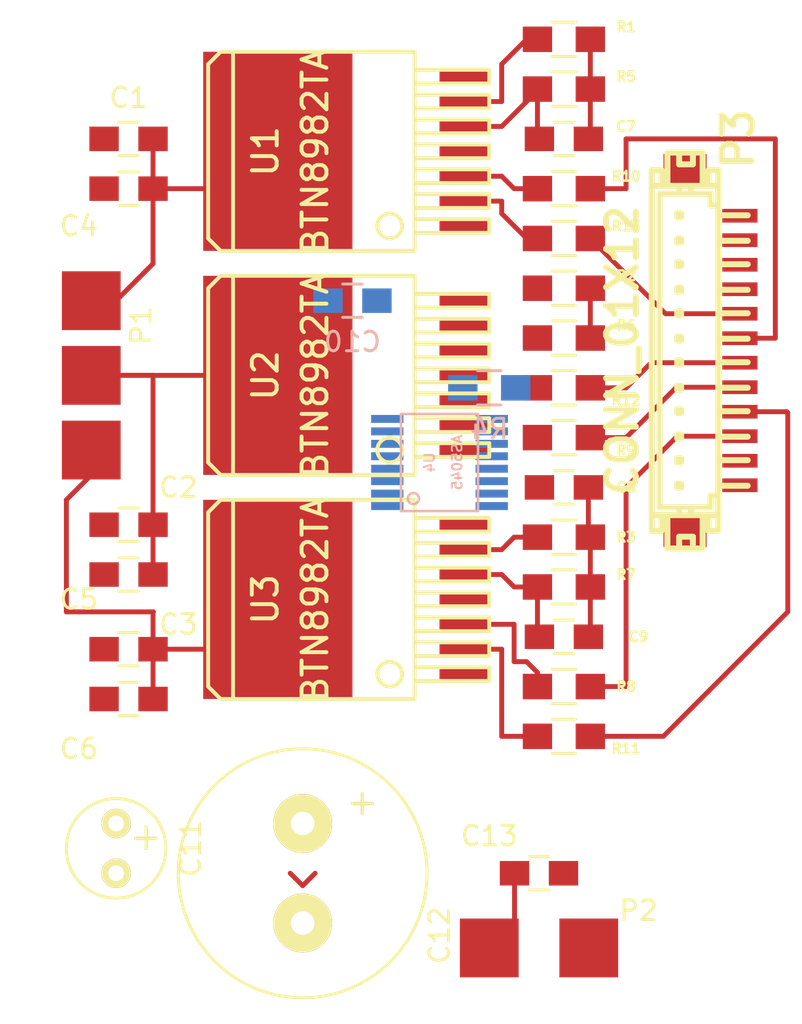
<source format=kicad_pcb>
(kicad_pcb (version 4) (host pcbnew 0.201508241000+6117~28~ubuntu14.04.1-product)

  (general
    (links 67)
    (no_connects 35)
    (area 117.62 65.939999 158.850001 118.210001)
    (thickness 1.6)
    (drawings 7)
    (tracks 92)
    (zones 0)
    (modules 33)
    (nets 40)
  )

  (page A4)
  (layers
    (0 F.Cu signal)
    (31 B.Cu signal)
    (32 B.Adhes user)
    (33 F.Adhes user)
    (34 B.Paste user)
    (35 F.Paste user)
    (36 B.SilkS user)
    (37 F.SilkS user)
    (38 B.Mask user)
    (39 F.Mask user)
    (40 Dwgs.User user)
    (41 Cmts.User user)
    (42 Eco1.User user)
    (43 Eco2.User user)
    (44 Edge.Cuts user)
    (45 Margin user)
    (46 B.CrtYd user)
    (47 F.CrtYd user)
    (48 B.Fab user)
    (49 F.Fab user)
  )

  (setup
    (last_trace_width 0.25)
    (trace_clearance 0.2)
    (zone_clearance 0.508)
    (zone_45_only no)
    (trace_min 0.2)
    (segment_width 0.2)
    (edge_width 0.15)
    (via_size 0.6)
    (via_drill 0.4)
    (via_min_size 0.4)
    (via_min_drill 0.3)
    (uvia_size 0.3)
    (uvia_drill 0.1)
    (uvias_allowed no)
    (uvia_min_size 0.2)
    (uvia_min_drill 0.1)
    (pcb_text_width 0.3)
    (pcb_text_size 1.5 1.5)
    (mod_edge_width 0.15)
    (mod_text_size 1 1)
    (mod_text_width 0.15)
    (pad_size 0.7 2.54)
    (pad_drill 0)
    (pad_to_mask_clearance 0.2)
    (aux_axis_origin 172.72 99.06)
    (visible_elements FFFEFF7F)
    (pcbplotparams
      (layerselection 0x00030_80000001)
      (usegerberextensions false)
      (excludeedgelayer true)
      (linewidth 0.100000)
      (plotframeref false)
      (viasonmask false)
      (mode 1)
      (useauxorigin false)
      (hpglpennumber 1)
      (hpglpenspeed 20)
      (hpglpendiameter 15)
      (hpglpenoverlay 2)
      (psnegative false)
      (psa4output false)
      (plotreference true)
      (plotvalue true)
      (plotinvisibletext false)
      (padsonsilk false)
      (subtractmaskfromsilk false)
      (outputformat 1)
      (mirror false)
      (drillshape 1)
      (scaleselection 1)
      (outputdirectory ""))
  )

  (net 0 "")
  (net 1 GND)
  (net 2 MOTOR_OUT_A)
  (net 3 MOTOR_OUT_B)
  (net 4 MOTOR_OUT_C)
  (net 5 VCC)
  (net 6 SR_A)
  (net 7 SR_B)
  (net 8 SR_C)
  (net 9 +5V)
  (net 10 "Net-(C11-Pad1)")
  (net 11 SPI_MISO)
  (net 12 SPI_CLK)
  (net 13 SPI_CS)
  (net 14 "Net-(P3-Pad5)")
  (net 15 "Net-(P3-Pad6)")
  (net 16 "Net-(P3-Pad7)")
  (net 17 "Net-(P3-Pad8)")
  (net 18 "Net-(P3-Pad9)")
  (net 19 "Net-(P3-Pad10)")
  (net 20 "Net-(P3-Pad11)")
  (net 21 "Net-(R1-Pad1)")
  (net 22 "Net-(R2-Pad1)")
  (net 23 "Net-(R3-Pad1)")
  (net 24 "Net-(R4-Pad1)")
  (net 25 INH_C)
  (net 26 INH_B)
  (net 27 INH_A)
  (net 28 IN_C)
  (net 29 IN_B)
  (net 30 IN_A)
  (net 31 "Net-(U4-Pad4)")
  (net 32 "Net-(U4-Pad5)")
  (net 33 "Net-(U4-Pad1)")
  (net 34 "Net-(U4-Pad2)")
  (net 35 "Net-(U4-Pad3)")
  (net 36 "Net-(U4-Pad12)")
  (net 37 "Net-(U4-Pad13)")
  (net 38 "Net-(U4-Pad14)")
  (net 39 "Net-(U4-Pad8)")

  (net_class Default "This is the default net class."
    (clearance 0.2)
    (trace_width 0.25)
    (via_dia 0.6)
    (via_drill 0.4)
    (uvia_dia 0.3)
    (uvia_drill 0.1)
    (add_net +5V)
    (add_net GND)
    (add_net INH_A)
    (add_net INH_B)
    (add_net INH_C)
    (add_net IN_A)
    (add_net IN_B)
    (add_net IN_C)
    (add_net MOTOR_OUT_A)
    (add_net MOTOR_OUT_B)
    (add_net MOTOR_OUT_C)
    (add_net "Net-(C11-Pad1)")
    (add_net "Net-(P3-Pad10)")
    (add_net "Net-(P3-Pad11)")
    (add_net "Net-(P3-Pad5)")
    (add_net "Net-(P3-Pad6)")
    (add_net "Net-(P3-Pad7)")
    (add_net "Net-(P3-Pad8)")
    (add_net "Net-(P3-Pad9)")
    (add_net "Net-(R1-Pad1)")
    (add_net "Net-(R2-Pad1)")
    (add_net "Net-(R3-Pad1)")
    (add_net "Net-(R4-Pad1)")
    (add_net "Net-(U4-Pad1)")
    (add_net "Net-(U4-Pad12)")
    (add_net "Net-(U4-Pad13)")
    (add_net "Net-(U4-Pad14)")
    (add_net "Net-(U4-Pad2)")
    (add_net "Net-(U4-Pad3)")
    (add_net "Net-(U4-Pad4)")
    (add_net "Net-(U4-Pad5)")
    (add_net "Net-(U4-Pad8)")
    (add_net SPI_CLK)
    (add_net SPI_CS)
    (add_net SPI_MISO)
    (add_net SR_A)
    (add_net SR_B)
    (add_net SR_C)
    (add_net VCC)
  )

  (module Capacitors_SMD:C_0805_HandSoldering (layer F.Cu) (tedit 541A9B8D) (tstamp 55DE6530)
    (at 138.43 97.79)
    (descr "Capacitor SMD 0805, hand soldering")
    (tags "capacitor 0805")
    (path /55DE1484)
    (attr smd)
    (fp_text reference C1 (at 0 -2.1) (layer F.SilkS)
      (effects (font (size 1 1) (thickness 0.15)))
    )
    (fp_text value 220nF (at 0 2.1) (layer F.Fab)
      (effects (font (size 1 1) (thickness 0.15)))
    )
    (fp_line (start -2.3 -1) (end 2.3 -1) (layer F.CrtYd) (width 0.05))
    (fp_line (start -2.3 1) (end 2.3 1) (layer F.CrtYd) (width 0.05))
    (fp_line (start -2.3 -1) (end -2.3 1) (layer F.CrtYd) (width 0.05))
    (fp_line (start 2.3 -1) (end 2.3 1) (layer F.CrtYd) (width 0.05))
    (fp_line (start 0.5 -0.85) (end -0.5 -0.85) (layer F.SilkS) (width 0.15))
    (fp_line (start -0.5 0.85) (end 0.5 0.85) (layer F.SilkS) (width 0.15))
    (pad 1 smd rect (at -1.25 0) (size 1.5 1.25) (layers F.Cu F.Paste F.Mask)
      (net 1 GND))
    (pad 2 smd rect (at 1.25 0) (size 1.5 1.25) (layers F.Cu F.Paste F.Mask)
      (net 2 MOTOR_OUT_A))
    (model Capacitors_SMD.3dshapes/C_0805_HandSoldering.wrl
      (at (xyz 0 0 0))
      (scale (xyz 1 1 1))
      (rotate (xyz 0 0 0))
    )
  )

  (module Capacitors_SMD:C_0805_HandSoldering (layer F.Cu) (tedit 55DE8E3B) (tstamp 55DE6536)
    (at 138.43 117.475)
    (descr "Capacitor SMD 0805, hand soldering")
    (tags "capacitor 0805")
    (path /55DE168C)
    (attr smd)
    (fp_text reference C2 (at 2.54 -1.905) (layer F.SilkS)
      (effects (font (size 1 1) (thickness 0.15)))
    )
    (fp_text value 220nF (at 0 2.1) (layer F.Fab)
      (effects (font (size 1 1) (thickness 0.15)))
    )
    (fp_line (start -2.3 -1) (end 2.3 -1) (layer F.CrtYd) (width 0.05))
    (fp_line (start -2.3 1) (end 2.3 1) (layer F.CrtYd) (width 0.05))
    (fp_line (start -2.3 -1) (end -2.3 1) (layer F.CrtYd) (width 0.05))
    (fp_line (start 2.3 -1) (end 2.3 1) (layer F.CrtYd) (width 0.05))
    (fp_line (start 0.5 -0.85) (end -0.5 -0.85) (layer F.SilkS) (width 0.15))
    (fp_line (start -0.5 0.85) (end 0.5 0.85) (layer F.SilkS) (width 0.15))
    (pad 1 smd rect (at -1.25 0) (size 1.5 1.25) (layers F.Cu F.Paste F.Mask)
      (net 1 GND))
    (pad 2 smd rect (at 1.25 0) (size 1.5 1.25) (layers F.Cu F.Paste F.Mask)
      (net 3 MOTOR_OUT_B))
    (model Capacitors_SMD.3dshapes/C_0805_HandSoldering.wrl
      (at (xyz 0 0 0))
      (scale (xyz 1 1 1))
      (rotate (xyz 0 0 0))
    )
  )

  (module Capacitors_SMD:C_0805_HandSoldering (layer F.Cu) (tedit 55DE8E3F) (tstamp 55DE653C)
    (at 138.43 123.825)
    (descr "Capacitor SMD 0805, hand soldering")
    (tags "capacitor 0805")
    (path /55DE1887)
    (attr smd)
    (fp_text reference C3 (at 2.54 -1.27) (layer F.SilkS)
      (effects (font (size 1 1) (thickness 0.15)))
    )
    (fp_text value 220nF (at 0 2.1) (layer F.Fab)
      (effects (font (size 1 1) (thickness 0.15)))
    )
    (fp_line (start -2.3 -1) (end 2.3 -1) (layer F.CrtYd) (width 0.05))
    (fp_line (start -2.3 1) (end 2.3 1) (layer F.CrtYd) (width 0.05))
    (fp_line (start -2.3 -1) (end -2.3 1) (layer F.CrtYd) (width 0.05))
    (fp_line (start 2.3 -1) (end 2.3 1) (layer F.CrtYd) (width 0.05))
    (fp_line (start 0.5 -0.85) (end -0.5 -0.85) (layer F.SilkS) (width 0.15))
    (fp_line (start -0.5 0.85) (end 0.5 0.85) (layer F.SilkS) (width 0.15))
    (pad 1 smd rect (at -1.25 0) (size 1.5 1.25) (layers F.Cu F.Paste F.Mask)
      (net 1 GND))
    (pad 2 smd rect (at 1.25 0) (size 1.5 1.25) (layers F.Cu F.Paste F.Mask)
      (net 4 MOTOR_OUT_C))
    (model Capacitors_SMD.3dshapes/C_0805_HandSoldering.wrl
      (at (xyz 0 0 0))
      (scale (xyz 1 1 1))
      (rotate (xyz 0 0 0))
    )
  )

  (module Capacitors_SMD:C_0805_HandSoldering (layer F.Cu) (tedit 55DE8E17) (tstamp 55DE6542)
    (at 138.43 100.33)
    (descr "Capacitor SMD 0805, hand soldering")
    (tags "capacitor 0805")
    (path /55DE12C3)
    (attr smd)
    (fp_text reference C4 (at -2.54 1.905) (layer F.SilkS)
      (effects (font (size 1 1) (thickness 0.15)))
    )
    (fp_text value 220nF (at 0 2.1) (layer F.Fab)
      (effects (font (size 1 1) (thickness 0.15)))
    )
    (fp_line (start -2.3 -1) (end 2.3 -1) (layer F.CrtYd) (width 0.05))
    (fp_line (start -2.3 1) (end 2.3 1) (layer F.CrtYd) (width 0.05))
    (fp_line (start -2.3 -1) (end -2.3 1) (layer F.CrtYd) (width 0.05))
    (fp_line (start 2.3 -1) (end 2.3 1) (layer F.CrtYd) (width 0.05))
    (fp_line (start 0.5 -0.85) (end -0.5 -0.85) (layer F.SilkS) (width 0.15))
    (fp_line (start -0.5 0.85) (end 0.5 0.85) (layer F.SilkS) (width 0.15))
    (pad 1 smd rect (at -1.25 0) (size 1.5 1.25) (layers F.Cu F.Paste F.Mask)
      (net 5 VCC))
    (pad 2 smd rect (at 1.25 0) (size 1.5 1.25) (layers F.Cu F.Paste F.Mask)
      (net 2 MOTOR_OUT_A))
    (model Capacitors_SMD.3dshapes/C_0805_HandSoldering.wrl
      (at (xyz 0 0 0))
      (scale (xyz 1 1 1))
      (rotate (xyz 0 0 0))
    )
  )

  (module Capacitors_SMD:C_0805_HandSoldering (layer F.Cu) (tedit 55DE8E43) (tstamp 55DE6548)
    (at 138.43 120.015)
    (descr "Capacitor SMD 0805, hand soldering")
    (tags "capacitor 0805")
    (path /55DE170B)
    (attr smd)
    (fp_text reference C5 (at -2.54 1.27) (layer F.SilkS)
      (effects (font (size 1 1) (thickness 0.15)))
    )
    (fp_text value 220nF (at 0 2.1) (layer F.Fab)
      (effects (font (size 1 1) (thickness 0.15)))
    )
    (fp_line (start -2.3 -1) (end 2.3 -1) (layer F.CrtYd) (width 0.05))
    (fp_line (start -2.3 1) (end 2.3 1) (layer F.CrtYd) (width 0.05))
    (fp_line (start -2.3 -1) (end -2.3 1) (layer F.CrtYd) (width 0.05))
    (fp_line (start 2.3 -1) (end 2.3 1) (layer F.CrtYd) (width 0.05))
    (fp_line (start 0.5 -0.85) (end -0.5 -0.85) (layer F.SilkS) (width 0.15))
    (fp_line (start -0.5 0.85) (end 0.5 0.85) (layer F.SilkS) (width 0.15))
    (pad 1 smd rect (at -1.25 0) (size 1.5 1.25) (layers F.Cu F.Paste F.Mask)
      (net 5 VCC))
    (pad 2 smd rect (at 1.25 0) (size 1.5 1.25) (layers F.Cu F.Paste F.Mask)
      (net 3 MOTOR_OUT_B))
    (model Capacitors_SMD.3dshapes/C_0805_HandSoldering.wrl
      (at (xyz 0 0 0))
      (scale (xyz 1 1 1))
      (rotate (xyz 0 0 0))
    )
  )

  (module Capacitors_SMD:C_0805_HandSoldering (layer F.Cu) (tedit 55DE8E28) (tstamp 55DE654E)
    (at 138.43 126.365)
    (descr "Capacitor SMD 0805, hand soldering")
    (tags "capacitor 0805")
    (path /55DE196A)
    (attr smd)
    (fp_text reference C6 (at -2.54 2.54) (layer F.SilkS)
      (effects (font (size 1 1) (thickness 0.15)))
    )
    (fp_text value 220nF (at 0 2.1) (layer F.Fab)
      (effects (font (size 1 1) (thickness 0.15)))
    )
    (fp_line (start -2.3 -1) (end 2.3 -1) (layer F.CrtYd) (width 0.05))
    (fp_line (start -2.3 1) (end 2.3 1) (layer F.CrtYd) (width 0.05))
    (fp_line (start -2.3 -1) (end -2.3 1) (layer F.CrtYd) (width 0.05))
    (fp_line (start 2.3 -1) (end 2.3 1) (layer F.CrtYd) (width 0.05))
    (fp_line (start 0.5 -0.85) (end -0.5 -0.85) (layer F.SilkS) (width 0.15))
    (fp_line (start -0.5 0.85) (end 0.5 0.85) (layer F.SilkS) (width 0.15))
    (pad 1 smd rect (at -1.25 0) (size 1.5 1.25) (layers F.Cu F.Paste F.Mask)
      (net 5 VCC))
    (pad 2 smd rect (at 1.25 0) (size 1.5 1.25) (layers F.Cu F.Paste F.Mask)
      (net 4 MOTOR_OUT_C))
    (model Capacitors_SMD.3dshapes/C_0805_HandSoldering.wrl
      (at (xyz 0 0 0))
      (scale (xyz 1 1 1))
      (rotate (xyz 0 0 0))
    )
  )

  (module Capacitors_SMD:C_0805_HandSoldering (layer F.Cu) (tedit 55DE8B28) (tstamp 55DE6554)
    (at 160.655 97.79)
    (descr "Capacitor SMD 0805, hand soldering")
    (tags "capacitor 0805")
    (path /55DBEE61)
    (attr smd)
    (fp_text reference C7 (at 3.175 -0.635) (layer F.SilkS)
      (effects (font (size 0.5 0.5) (thickness 0.125)))
    )
    (fp_text value 100nF (at 0 2.1) (layer F.Fab)
      (effects (font (size 1 1) (thickness 0.15)))
    )
    (fp_line (start -2.3 -1) (end 2.3 -1) (layer F.CrtYd) (width 0.05))
    (fp_line (start -2.3 1) (end 2.3 1) (layer F.CrtYd) (width 0.05))
    (fp_line (start -2.3 -1) (end -2.3 1) (layer F.CrtYd) (width 0.05))
    (fp_line (start 2.3 -1) (end 2.3 1) (layer F.CrtYd) (width 0.05))
    (fp_line (start 0.5 -0.85) (end -0.5 -0.85) (layer F.SilkS) (width 0.15))
    (fp_line (start -0.5 0.85) (end 0.5 0.85) (layer F.SilkS) (width 0.15))
    (pad 1 smd rect (at -1.25 0) (size 1.5 1.25) (layers F.Cu F.Paste F.Mask)
      (net 6 SR_A))
    (pad 2 smd rect (at 1.25 0) (size 1.5 1.25) (layers F.Cu F.Paste F.Mask)
      (net 1 GND))
    (model Capacitors_SMD.3dshapes/C_0805_HandSoldering.wrl
      (at (xyz 0 0 0))
      (scale (xyz 1 1 1))
      (rotate (xyz 0 0 0))
    )
  )

  (module Capacitors_SMD:C_0805_HandSoldering (layer F.Cu) (tedit 55DE8C1A) (tstamp 55DE655A)
    (at 160.655 115.57)
    (descr "Capacitor SMD 0805, hand soldering")
    (tags "capacitor 0805")
    (path /55DBF10F)
    (attr smd)
    (fp_text reference C8 (at 3.175 0) (layer F.SilkS)
      (effects (font (size 0.5 0.5) (thickness 0.125)))
    )
    (fp_text value 100nF (at 0 2.1) (layer F.Fab)
      (effects (font (size 1 1) (thickness 0.15)))
    )
    (fp_line (start -2.3 -1) (end 2.3 -1) (layer F.CrtYd) (width 0.05))
    (fp_line (start -2.3 1) (end 2.3 1) (layer F.CrtYd) (width 0.05))
    (fp_line (start -2.3 -1) (end -2.3 1) (layer F.CrtYd) (width 0.05))
    (fp_line (start 2.3 -1) (end 2.3 1) (layer F.CrtYd) (width 0.05))
    (fp_line (start 0.5 -0.85) (end -0.5 -0.85) (layer F.SilkS) (width 0.15))
    (fp_line (start -0.5 0.85) (end 0.5 0.85) (layer F.SilkS) (width 0.15))
    (pad 1 smd rect (at -1.25 0) (size 1.5 1.25) (layers F.Cu F.Paste F.Mask)
      (net 7 SR_B))
    (pad 2 smd rect (at 1.25 0) (size 1.5 1.25) (layers F.Cu F.Paste F.Mask)
      (net 1 GND))
    (model Capacitors_SMD.3dshapes/C_0805_HandSoldering.wrl
      (at (xyz 0 0 0))
      (scale (xyz 1 1 1))
      (rotate (xyz 0 0 0))
    )
  )

  (module Capacitors_SMD:C_0805_HandSoldering (layer F.Cu) (tedit 55DE8C3E) (tstamp 55DE6560)
    (at 160.655 123.19)
    (descr "Capacitor SMD 0805, hand soldering")
    (tags "capacitor 0805")
    (path /55DBF1E5)
    (attr smd)
    (fp_text reference C9 (at 3.81 0) (layer F.SilkS)
      (effects (font (size 0.5 0.5) (thickness 0.125)))
    )
    (fp_text value 100nF (at 0 2.1) (layer F.Fab)
      (effects (font (size 1 1) (thickness 0.15)))
    )
    (fp_line (start -2.3 -1) (end 2.3 -1) (layer F.CrtYd) (width 0.05))
    (fp_line (start -2.3 1) (end 2.3 1) (layer F.CrtYd) (width 0.05))
    (fp_line (start -2.3 -1) (end -2.3 1) (layer F.CrtYd) (width 0.05))
    (fp_line (start 2.3 -1) (end 2.3 1) (layer F.CrtYd) (width 0.05))
    (fp_line (start 0.5 -0.85) (end -0.5 -0.85) (layer F.SilkS) (width 0.15))
    (fp_line (start -0.5 0.85) (end 0.5 0.85) (layer F.SilkS) (width 0.15))
    (pad 1 smd rect (at -1.25 0) (size 1.5 1.25) (layers F.Cu F.Paste F.Mask)
      (net 8 SR_C))
    (pad 2 smd rect (at 1.25 0) (size 1.5 1.25) (layers F.Cu F.Paste F.Mask)
      (net 1 GND))
    (model Capacitors_SMD.3dshapes/C_0805_HandSoldering.wrl
      (at (xyz 0 0 0))
      (scale (xyz 1 1 1))
      (rotate (xyz 0 0 0))
    )
  )

  (module Capacitors_SMD:C_0805_HandSoldering (layer B.Cu) (tedit 541A9B8D) (tstamp 55DE6566)
    (at 149.86 106.045)
    (descr "Capacitor SMD 0805, hand soldering")
    (tags "capacitor 0805")
    (path /55DD390E)
    (attr smd)
    (fp_text reference C10 (at 0 2.1) (layer B.SilkS)
      (effects (font (size 1 1) (thickness 0.15)) (justify mirror))
    )
    (fp_text value 100nF (at 0 -2.1) (layer B.Fab)
      (effects (font (size 1 1) (thickness 0.15)) (justify mirror))
    )
    (fp_line (start -2.3 1) (end 2.3 1) (layer B.CrtYd) (width 0.05))
    (fp_line (start -2.3 -1) (end 2.3 -1) (layer B.CrtYd) (width 0.05))
    (fp_line (start -2.3 1) (end -2.3 -1) (layer B.CrtYd) (width 0.05))
    (fp_line (start 2.3 1) (end 2.3 -1) (layer B.CrtYd) (width 0.05))
    (fp_line (start 0.5 0.85) (end -0.5 0.85) (layer B.SilkS) (width 0.15))
    (fp_line (start -0.5 -0.85) (end 0.5 -0.85) (layer B.SilkS) (width 0.15))
    (pad 1 smd rect (at -1.25 0) (size 1.5 1.25) (layers B.Cu B.Paste B.Mask)
      (net 1 GND))
    (pad 2 smd rect (at 1.25 0) (size 1.5 1.25) (layers B.Cu B.Paste B.Mask)
      (net 9 +5V))
    (model Capacitors_SMD.3dshapes/C_0805_HandSoldering.wrl
      (at (xyz 0 0 0))
      (scale (xyz 1 1 1))
      (rotate (xyz 0 0 0))
    )
  )

  (module Capacitors_Elko_ThroughHole:Elko_vert_11x5mm_RM2.5 (layer F.Cu) (tedit 5454A2C2) (tstamp 55DE656C)
    (at 137.795 132.715 270)
    (descr "Electrolytic Capacitor, vertical, diameter 5mm, radial, RM 2,5mm")
    (tags "Electrolytic Capacitor, vertical, diameter 5mm, radial, RM 2,5mm, Elko, Electrolytkondensator, Kondensator gepolt, Durchmesser 5mm")
    (path /55DD3B18)
    (fp_text reference C11 (at 1.27 -3.81 270) (layer F.SilkS)
      (effects (font (size 1 1) (thickness 0.15)))
    )
    (fp_text value 5uF (at 1.27 5.08 270) (layer F.Fab)
      (effects (font (size 1 1) (thickness 0.15)))
    )
    (fp_line (start 0.2032 -1.524) (end 1.27 -1.524) (layer F.Cu) (width 0.15))
    (fp_line (start 0.762 -2.032) (end 0.762 -0.9906) (layer F.Cu) (width 0.15))
    (fp_line (start 1.27 -1.524) (end 0.2032 -1.524) (layer F.SilkS) (width 0.15))
    (fp_line (start 0.762 -2.032) (end 0.762 -0.9906) (layer F.SilkS) (width 0.15))
    (fp_circle (center 1.27 0) (end 3.81 0) (layer F.SilkS) (width 0.15))
    (pad 2 thru_hole circle (at 2.54 0 270) (size 1.50114 1.50114) (drill 0.8001) (layers *.Cu *.Mask F.SilkS)
      (net 1 GND))
    (pad 1 thru_hole circle (at 0 0 270) (size 1.50114 1.50114) (drill 0.8001) (layers *.Cu *.Mask F.SilkS)
      (net 10 "Net-(C11-Pad1)"))
    (model Capacitors_Elko_ThroughHole.3dshapes/Elko_vert_11x5mm_RM2.5.wrl
      (at (xyz 0 0 0))
      (scale (xyz 1 1 1))
      (rotate (xyz 0 0 0))
    )
  )

  (module Capacitors_Elko_ThroughHole:Elko_vert_25x12.5mm_RM5 (layer F.Cu) (tedit 55DE8309) (tstamp 55DE6572)
    (at 147.32 132.715 270)
    (descr "Electrolytic Capacitor, vertical, diameter 12,5mm, RM 5mm")
    (tags "Electrolytic Capacitor, vertical, diameter 12,5mm, RM 5mm, Elko, Electrolytkondensator, Kondensator gepolt, Durchmesser 12,5mm")
    (path /55DBD9C3)
    (fp_text reference C12 (at 5.715 -6.985 270) (layer F.SilkS)
      (effects (font (size 1 1) (thickness 0.15)))
    )
    (fp_text value 1000uF (at 2.54 7.62 270) (layer F.Fab)
      (effects (font (size 1 1) (thickness 0.15)))
    )
    (fp_line (start -1.016 -3.556) (end -1.016 -2.54) (layer F.SilkS) (width 0.15))
    (fp_line (start -1.524 -3.048) (end -0.508 -3.048) (layer F.SilkS) (width 0.15))
    (fp_line (start -1.016 -3.556) (end -1.016 -2.54) (layer F.Cu) (width 0.15))
    (fp_line (start -1.524 -3.048) (end -0.508 -3.048) (layer F.Cu) (width 0.15))
    (fp_circle (center 2.54 0) (end 8.89 0) (layer F.SilkS) (width 0.15))
    (pad 2 thru_hole circle (at 5.08 0 270) (size 2.99974 2.99974) (drill 1.19888) (layers *.Cu *.Mask F.SilkS)
      (net 1 GND))
    (pad 1 thru_hole circle (at 0 0 270) (size 2.99974 2.99974) (drill 1.19888) (layers *.Cu *.Mask F.SilkS)
      (net 5 VCC))
    (model Capacitors_Elko_ThroughHole.3dshapes/Elko_vert_25x12.5mm_RM5.wrl
      (at (xyz 0 0 0))
      (scale (xyz 1 1 1))
      (rotate (xyz 0 0 0))
    )
  )

  (module Capacitors_SMD:C_0805_HandSoldering (layer F.Cu) (tedit 55DE8BF1) (tstamp 55DE6578)
    (at 159.385 135.255 180)
    (descr "Capacitor SMD 0805, hand soldering")
    (tags "capacitor 0805")
    (path /55DBDB60)
    (attr smd)
    (fp_text reference C13 (at 2.54 1.905 180) (layer F.SilkS)
      (effects (font (size 1 1) (thickness 0.15)))
    )
    (fp_text value 100nF (at 0 2.1 180) (layer F.Fab)
      (effects (font (size 1 1) (thickness 0.15)))
    )
    (fp_line (start -2.3 -1) (end 2.3 -1) (layer F.CrtYd) (width 0.05))
    (fp_line (start -2.3 1) (end 2.3 1) (layer F.CrtYd) (width 0.05))
    (fp_line (start -2.3 -1) (end -2.3 1) (layer F.CrtYd) (width 0.05))
    (fp_line (start 2.3 -1) (end 2.3 1) (layer F.CrtYd) (width 0.05))
    (fp_line (start 0.5 -0.85) (end -0.5 -0.85) (layer F.SilkS) (width 0.15))
    (fp_line (start -0.5 0.85) (end 0.5 0.85) (layer F.SilkS) (width 0.15))
    (pad 1 smd rect (at -1.25 0 180) (size 1.5 1.25) (layers F.Cu F.Paste F.Mask)
      (net 5 VCC))
    (pad 2 smd rect (at 1.25 0 180) (size 1.5 1.25) (layers F.Cu F.Paste F.Mask)
      (net 1 GND))
    (model Capacitors_SMD.3dshapes/C_0805_HandSoldering.wrl
      (at (xyz 0 0 0))
      (scale (xyz 1 1 1))
      (rotate (xyz 0 0 0))
    )
  )

  (module bbot_footprints:JDB_BLDC_CONN (layer F.Cu) (tedit 55DE8E1E) (tstamp 55DE657F)
    (at 136.525 109.855 270)
    (path /55DCC4C3)
    (fp_text reference P1 (at -2.54 -2.54 270) (layer F.SilkS)
      (effects (font (size 1 1) (thickness 0.15)))
    )
    (fp_text value CONN_01X03 (at 0 -2.54 270) (layer F.Fab)
      (effects (font (size 1 1) (thickness 0.15)))
    )
    (pad 1 smd rect (at -3.81 0 270) (size 3 3) (layers F.Cu F.Paste F.Mask)
      (net 2 MOTOR_OUT_A))
    (pad 2 smd rect (at 0 0 270) (size 3 3) (layers F.Cu F.Paste F.Mask)
      (net 3 MOTOR_OUT_B))
    (pad 3 smd rect (at 3.81 0 270) (size 3 3) (layers F.Cu F.Paste F.Mask)
      (net 4 MOTOR_OUT_C))
  )

  (module bbot_footprints:JDB_BATT_CONN (layer F.Cu) (tedit 55DE8BF5) (tstamp 55DE6585)
    (at 159.385 139.065 180)
    (path /55DCC340)
    (fp_text reference P2 (at -5.08 1.905 180) (layer F.SilkS)
      (effects (font (size 1 1) (thickness 0.15)))
    )
    (fp_text value CONN_01X02 (at 1.27 0.635 180) (layer F.Fab)
      (effects (font (size 1 1) (thickness 0.15)))
    )
    (pad 1 smd rect (at -2.54 0 180) (size 3 3) (layers F.Cu F.Paste F.Mask)
      (net 5 VCC))
    (pad 2 smd rect (at 2.54 0 180) (size 3 3) (layers F.Cu F.Paste F.Mask)
      (net 1 GND))
  )

  (module w_conn_df13:df13c-12p-125v (layer F.Cu) (tedit 55DE7B23) (tstamp 55DE6598)
    (at 167.64 108.585 270)
    (descr "Hirose DF13 series, DF13C-12P-1.25V")
    (path /55DCB96F)
    (fp_text reference P3 (at -10.795 -1.905 270) (layer F.SilkS)
      (effects (font (thickness 0.3048)))
    )
    (fp_text value CONN_01X12 (at 0 4.0005 270) (layer F.SilkS)
      (effects (font (thickness 0.3048)))
    )
    (fp_line (start 0.50038 1.00076) (end 0.70104 1.00076) (layer F.SilkS) (width 0.3048))
    (fp_line (start 0.70104 1.00076) (end 0.70104 1.19888) (layer F.SilkS) (width 0.3048))
    (fp_line (start 0.70104 1.19888) (end 0.50038 1.19888) (layer F.SilkS) (width 0.3048))
    (fp_line (start 0.50038 1.19888) (end 0.50038 1.00076) (layer F.SilkS) (width 0.3048))
    (fp_line (start 0.59944 -0.89916) (end 0.59944 -2.4003) (layer F.SilkS) (width 0.3048))
    (fp_line (start 9.19988 2.49936) (end -9.19988 2.49936) (layer F.SilkS) (width 0.3048))
    (fp_line (start -8.001 2.10058) (end 8.001 2.10058) (layer F.SilkS) (width 0.3048))
    (fp_line (start 9.19988 -0.89916) (end -9.19988 -0.89916) (layer F.SilkS) (width 0.3048))
    (fp_line (start -0.59944 -2.4003) (end -0.59944 -0.89916) (layer F.SilkS) (width 0.3048))
    (fp_line (start -0.70104 1.00076) (end -0.50292 1.00076) (layer F.SilkS) (width 0.3048))
    (fp_line (start -0.50292 1.00076) (end -0.50292 1.19888) (layer F.SilkS) (width 0.3048))
    (fp_line (start -0.50292 1.19888) (end -0.70104 1.19888) (layer F.SilkS) (width 0.3048))
    (fp_line (start -0.70104 1.19888) (end -0.70104 1.00076) (layer F.SilkS) (width 0.3048))
    (fp_line (start 1.89992 -2.4003) (end 1.89992 -0.89916) (layer F.SilkS) (width 0.3048))
    (fp_line (start 1.8034 1.19888) (end 1.8034 1.00076) (layer F.SilkS) (width 0.3048))
    (fp_line (start 2.00152 1.19888) (end 1.8034 1.19888) (layer F.SilkS) (width 0.3048))
    (fp_line (start 2.00152 1.00076) (end 2.00152 1.19888) (layer F.SilkS) (width 0.3048))
    (fp_line (start 1.8034 1.00076) (end 2.00152 1.00076) (layer F.SilkS) (width 0.3048))
    (fp_line (start -1.99898 1.00076) (end -1.80086 1.00076) (layer F.SilkS) (width 0.3048))
    (fp_line (start -1.80086 1.00076) (end -1.80086 1.19888) (layer F.SilkS) (width 0.3048))
    (fp_line (start -1.80086 1.19888) (end -1.99898 1.19888) (layer F.SilkS) (width 0.3048))
    (fp_line (start -1.99898 1.19888) (end -1.99898 1.00076) (layer F.SilkS) (width 0.3048))
    (fp_line (start -1.89992 -0.89916) (end -1.89992 -2.4003) (layer F.SilkS) (width 0.3048))
    (fp_line (start 3.0988 -2.4003) (end 3.0988 -0.89916) (layer F.SilkS) (width 0.3048))
    (fp_line (start 6.80212 1.00076) (end 7.00278 1.00076) (layer F.SilkS) (width 0.3048))
    (fp_line (start 7.00278 1.00076) (end 7.00278 1.19888) (layer F.SilkS) (width 0.3048))
    (fp_line (start 7.00278 1.19888) (end 6.80212 1.19888) (layer F.SilkS) (width 0.3048))
    (fp_line (start 6.80212 1.19888) (end 6.80212 1.00076) (layer F.SilkS) (width 0.3048))
    (fp_line (start -3.2004 1.00076) (end -3.00228 1.00076) (layer F.SilkS) (width 0.3048))
    (fp_line (start -3.00228 1.00076) (end -3.00228 1.19888) (layer F.SilkS) (width 0.3048))
    (fp_line (start -3.00228 1.19888) (end -3.2004 1.19888) (layer F.SilkS) (width 0.3048))
    (fp_line (start -3.2004 1.19888) (end -3.2004 1.00076) (layer F.SilkS) (width 0.3048))
    (fp_line (start -3.09626 -0.89916) (end -3.09626 -2.4003) (layer F.SilkS) (width 0.3048))
    (fp_line (start 4.39928 -0.89916) (end 4.39928 -2.4003) (layer F.SilkS) (width 0.3048))
    (fp_line (start 2.99974 1.00076) (end 3.2004 1.00076) (layer F.SilkS) (width 0.3048))
    (fp_line (start 3.2004 1.00076) (end 3.2004 1.19888) (layer F.SilkS) (width 0.3048))
    (fp_line (start 3.2004 1.19888) (end 2.99974 1.19888) (layer F.SilkS) (width 0.3048))
    (fp_line (start 2.99974 1.19888) (end 2.99974 1.00076) (layer F.SilkS) (width 0.3048))
    (fp_line (start -4.49834 1.00076) (end -4.30022 1.00076) (layer F.SilkS) (width 0.3048))
    (fp_line (start -4.30022 1.00076) (end -4.30022 1.19888) (layer F.SilkS) (width 0.3048))
    (fp_line (start -4.30022 1.19888) (end -4.49834 1.19888) (layer F.SilkS) (width 0.3048))
    (fp_line (start -4.49834 1.19888) (end -4.49834 1.00076) (layer F.SilkS) (width 0.3048))
    (fp_line (start -4.39928 -2.4003) (end -4.39928 -0.89916) (layer F.SilkS) (width 0.3048))
    (fp_line (start 5.59562 -0.89916) (end 5.59562 -2.4003) (layer F.SilkS) (width 0.3048))
    (fp_line (start 4.29768 1.19888) (end 4.29768 1.00076) (layer F.SilkS) (width 0.3048))
    (fp_line (start 4.4958 1.19888) (end 4.29768 1.19888) (layer F.SilkS) (width 0.3048))
    (fp_line (start 4.4958 1.00076) (end 4.4958 1.19888) (layer F.SilkS) (width 0.3048))
    (fp_line (start 4.29768 1.00076) (end 4.4958 1.00076) (layer F.SilkS) (width 0.3048))
    (fp_line (start -5.59562 -0.89916) (end -5.59562 -2.4003) (layer F.SilkS) (width 0.3048))
    (fp_line (start -5.7023 1.00076) (end -5.50418 1.00076) (layer F.SilkS) (width 0.3048))
    (fp_line (start -5.50418 1.00076) (end -5.50418 1.19888) (layer F.SilkS) (width 0.3048))
    (fp_line (start -5.50418 1.19888) (end -5.7023 1.19888) (layer F.SilkS) (width 0.3048))
    (fp_line (start -5.7023 1.19888) (end -5.7023 1.00076) (layer F.SilkS) (width 0.3048))
    (fp_line (start 9.50214 1.09982) (end 10.10158 1.09982) (layer F.SilkS) (width 0.3048))
    (fp_line (start 9.50214 0.39878) (end 10.10158 0.39878) (layer F.SilkS) (width 0.3048))
    (fp_line (start 9.4996 0.39878) (end 9.4996 1.09982) (layer F.SilkS) (width 0.3048))
    (fp_line (start -10.0965 0.39878) (end -9.49706 0.39878) (layer F.SilkS) (width 0.3048))
    (fp_line (start -9.49706 0.39878) (end -9.49706 1.09982) (layer F.SilkS) (width 0.3048))
    (fp_line (start -9.49706 1.09982) (end -10.0965 1.09982) (layer F.SilkS) (width 0.3048))
    (fp_line (start 10.10158 1.69926) (end 8.40232 1.69926) (layer F.SilkS) (width 0.3048))
    (fp_line (start 10.10158 -0.09906) (end 8.40232 -0.09906) (layer F.SilkS) (width 0.3048))
    (fp_line (start -10.0965 1.69926) (end -8.39724 1.69926) (layer F.SilkS) (width 0.3048))
    (fp_line (start -10.0965 -0.09906) (end -8.39724 -0.09906) (layer F.SilkS) (width 0.3048))
    (fp_line (start -9.19734 -0.39878) (end -9.19734 -0.89916) (layer F.SilkS) (width 0.3048))
    (fp_line (start 9.20242 -0.39878) (end 9.20242 -0.89916) (layer F.SilkS) (width 0.3048))
    (fp_line (start 9.20242 2.49936) (end 9.20242 1.99898) (layer F.SilkS) (width 0.3048))
    (fp_line (start -9.19734 2.49936) (end -9.19734 1.99898) (layer F.SilkS) (width 0.3048))
    (fp_line (start -8.39724 -0.39878) (end -9.19734 -0.39878) (layer F.SilkS) (width 0.3048))
    (fp_line (start -8.39724 1.99898) (end -9.19734 1.99898) (layer F.SilkS) (width 0.3048))
    (fp_line (start 9.20242 1.99898) (end 8.40232 1.99898) (layer F.SilkS) (width 0.3048))
    (fp_line (start 9.20242 -0.39878) (end 8.40232 -0.39878) (layer F.SilkS) (width 0.3048))
    (fp_line (start -8.39724 -0.89916) (end -8.39724 2.49936) (layer F.SilkS) (width 0.3048))
    (fp_line (start -7.99592 2.10058) (end -7.99592 -0.50038) (layer F.SilkS) (width 0.3048))
    (fp_line (start -7.99592 -0.50038) (end -7.39648 -0.50038) (layer F.SilkS) (width 0.3048))
    (fp_line (start 8.001 -0.50038) (end 7.40156 -0.50038) (layer F.SilkS) (width 0.3048))
    (fp_line (start 8.40232 -0.89916) (end 8.40232 2.49936) (layer F.SilkS) (width 0.3048))
    (fp_line (start 10.10158 -0.09906) (end 10.10158 1.69926) (layer F.SilkS) (width 0.3048))
    (fp_line (start -10.0965 1.69926) (end -10.0965 -0.09906) (layer F.SilkS) (width 0.3048))
    (fp_line (start 8.39978 0.50038) (end 7.99846 0.50038) (layer F.SilkS) (width 0.3048))
    (fp_line (start 7.99846 1.09982) (end 8.39978 1.09982) (layer F.SilkS) (width 0.3048))
    (fp_line (start -8.39724 1.09982) (end -7.99592 1.09982) (layer F.SilkS) (width 0.3048))
    (fp_line (start -8.39724 0.50038) (end -7.99592 0.50038) (layer F.SilkS) (width 0.3048))
    (fp_line (start 5.4991 0.99822) (end 5.69976 0.99822) (layer F.SilkS) (width 0.3048))
    (fp_line (start 5.69976 0.99822) (end 5.69976 1.19888) (layer F.SilkS) (width 0.3048))
    (fp_line (start 5.69976 1.19888) (end 5.4991 1.19888) (layer F.SilkS) (width 0.3048))
    (fp_line (start 5.4991 1.19888) (end 5.4991 0.99822) (layer F.SilkS) (width 0.3048))
    (fp_line (start -6.79704 0.99822) (end -6.9977 0.99822) (layer F.SilkS) (width 0.3048))
    (fp_line (start -6.9977 0.99822) (end -6.9977 1.19888) (layer F.SilkS) (width 0.3048))
    (fp_line (start -6.9977 1.19888) (end -6.79704 1.19888) (layer F.SilkS) (width 0.3048))
    (fp_line (start -6.79704 1.19888) (end -6.79704 0.99822) (layer F.SilkS) (width 0.3048))
    (fp_line (start -7.39648 -0.9017) (end -7.39648 -0.50038) (layer F.SilkS) (width 0.3048))
    (fp_line (start 8.001 2.09804) (end 8.001 -0.50038) (layer F.SilkS) (width 0.3048))
    (fp_line (start 7.40156 -0.50038) (end 7.40156 -0.9017) (layer F.SilkS) (width 0.3048))
    (fp_line (start -6.8961 -0.9017) (end -6.8961 -2.4003) (layer F.SilkS) (width 0.3048))
    (fp_line (start 6.90118 -0.9017) (end 6.90118 -2.4003) (layer F.SilkS) (width 0.3048))
    (pad 2 smd rect (at -5.6261 -2.00152 270) (size 0.70104 1.80086) (layers F.Cu F.Paste F.Mask)
      (net 11 SPI_MISO))
    (pad 1 smd rect (at -6.87578 -2.00152 270) (size 0.70104 1.80086) (layers F.Cu F.Paste F.Mask)
      (net 1 GND))
    (pad "" smd rect (at 9.22528 0.8001 270) (size 1.6002 2.19964) (layers F.Cu F.Paste F.Mask))
    (pad "" smd rect (at -9.22528 0.8001 270) (size 1.6002 2.19964) (layers F.Cu F.Paste F.Mask))
    (pad 3 smd rect (at -4.37388 -2.00152 270) (size 0.70104 1.80086) (layers F.Cu F.Paste F.Mask)
      (net 12 SPI_CLK))
    (pad 4 smd rect (at -3.1242 -2.00152 270) (size 0.70104 1.80086) (layers F.Cu F.Paste F.Mask)
      (net 13 SPI_CS))
    (pad 5 smd rect (at -1.87452 -2.00152 270) (size 0.70104 1.80086) (layers F.Cu F.Paste F.Mask)
      (net 14 "Net-(P3-Pad5)"))
    (pad 6 smd rect (at -0.62484 -2.00152 270) (size 0.70104 1.80086) (layers F.Cu F.Paste F.Mask)
      (net 15 "Net-(P3-Pad6)"))
    (pad 7 smd rect (at 0.62484 -2.00152 270) (size 0.70104 1.80086) (layers F.Cu F.Paste F.Mask)
      (net 16 "Net-(P3-Pad7)"))
    (pad 8 smd rect (at 1.87452 -2.00152 270) (size 0.70104 1.80086) (layers F.Cu F.Paste F.Mask)
      (net 17 "Net-(P3-Pad8)"))
    (pad 9 smd rect (at 3.1242 -2.00152 270) (size 0.70104 1.80086) (layers F.Cu F.Paste F.Mask)
      (net 18 "Net-(P3-Pad9)"))
    (pad 10 smd rect (at 4.37388 -2.00152 270) (size 0.70104 1.80086) (layers F.Cu F.Paste F.Mask)
      (net 19 "Net-(P3-Pad10)"))
    (pad 11 smd rect (at 5.6261 -2.00152 270) (size 0.70104 1.80086) (layers F.Cu F.Paste F.Mask)
      (net 20 "Net-(P3-Pad11)"))
    (pad 12 smd rect (at 6.87578 -2.00152 270) (size 0.70104 1.80086) (layers F.Cu F.Paste F.Mask)
      (net 9 +5V))
    (pad "" smd rect (at 0 0.20066 270) (size 14.59992 2.49936) (layers Dwgs.User))
    (model walter/conn_df13/df13c-12p-125v.wrl
      (at (xyz 0 0 0))
      (scale (xyz 1 1 1))
      (rotate (xyz 0 0 0))
    )
  )

  (module Resistors_SMD:R_0805_HandSoldering (layer F.Cu) (tedit 55DE8A50) (tstamp 55DE659E)
    (at 160.655 92.71)
    (descr "Resistor SMD 0805, hand soldering")
    (tags "resistor 0805")
    (path /55DE33DD)
    (attr smd)
    (fp_text reference R1 (at 3.175 -0.635) (layer F.SilkS)
      (effects (font (size 0.5 0.5) (thickness 0.125)))
    )
    (fp_text value 1k (at 0 2.1) (layer F.Fab)
      (effects (font (size 1 1) (thickness 0.15)))
    )
    (fp_line (start -2.4 -1) (end 2.4 -1) (layer F.CrtYd) (width 0.05))
    (fp_line (start -2.4 1) (end 2.4 1) (layer F.CrtYd) (width 0.05))
    (fp_line (start -2.4 -1) (end -2.4 1) (layer F.CrtYd) (width 0.05))
    (fp_line (start 2.4 -1) (end 2.4 1) (layer F.CrtYd) (width 0.05))
    (fp_line (start 0.6 0.875) (end -0.6 0.875) (layer F.SilkS) (width 0.15))
    (fp_line (start -0.6 -0.875) (end 0.6 -0.875) (layer F.SilkS) (width 0.15))
    (pad 1 smd rect (at -1.35 0) (size 1.5 1.3) (layers F.Cu F.Paste F.Mask)
      (net 21 "Net-(R1-Pad1)"))
    (pad 2 smd rect (at 1.35 0) (size 1.5 1.3) (layers F.Cu F.Paste F.Mask)
      (net 1 GND))
    (model Resistors_SMD.3dshapes/R_0805_HandSoldering.wrl
      (at (xyz 0 0 0))
      (scale (xyz 1 1 1))
      (rotate (xyz 0 0 0))
    )
  )

  (module Resistors_SMD:R_0805_HandSoldering (layer F.Cu) (tedit 55DE8B73) (tstamp 55DE65A4)
    (at 160.655 105.41)
    (descr "Resistor SMD 0805, hand soldering")
    (tags "resistor 0805")
    (path /55DE37CB)
    (attr smd)
    (fp_text reference R2 (at 3.175 -0.635) (layer F.SilkS)
      (effects (font (size 0.5 0.5) (thickness 0.125)))
    )
    (fp_text value 1k (at 0 2.1) (layer F.Fab)
      (effects (font (size 1 1) (thickness 0.15)))
    )
    (fp_line (start -2.4 -1) (end 2.4 -1) (layer F.CrtYd) (width 0.05))
    (fp_line (start -2.4 1) (end 2.4 1) (layer F.CrtYd) (width 0.05))
    (fp_line (start -2.4 -1) (end -2.4 1) (layer F.CrtYd) (width 0.05))
    (fp_line (start 2.4 -1) (end 2.4 1) (layer F.CrtYd) (width 0.05))
    (fp_line (start 0.6 0.875) (end -0.6 0.875) (layer F.SilkS) (width 0.15))
    (fp_line (start -0.6 -0.875) (end 0.6 -0.875) (layer F.SilkS) (width 0.15))
    (pad 1 smd rect (at -1.35 0) (size 1.5 1.3) (layers F.Cu F.Paste F.Mask)
      (net 22 "Net-(R2-Pad1)"))
    (pad 2 smd rect (at 1.35 0) (size 1.5 1.3) (layers F.Cu F.Paste F.Mask)
      (net 1 GND))
    (model Resistors_SMD.3dshapes/R_0805_HandSoldering.wrl
      (at (xyz 0 0 0))
      (scale (xyz 1 1 1))
      (rotate (xyz 0 0 0))
    )
  )

  (module Resistors_SMD:R_0805_HandSoldering (layer F.Cu) (tedit 55DE8BA3) (tstamp 55DE65AA)
    (at 160.655 118.11)
    (descr "Resistor SMD 0805, hand soldering")
    (tags "resistor 0805")
    (path /55DE39CB)
    (attr smd)
    (fp_text reference R3 (at 3.175 0) (layer F.SilkS)
      (effects (font (size 0.5 0.5) (thickness 0.125)))
    )
    (fp_text value 1k (at 0 2.1) (layer F.Fab)
      (effects (font (size 1 1) (thickness 0.15)))
    )
    (fp_line (start -2.4 -1) (end 2.4 -1) (layer F.CrtYd) (width 0.05))
    (fp_line (start -2.4 1) (end 2.4 1) (layer F.CrtYd) (width 0.05))
    (fp_line (start -2.4 -1) (end -2.4 1) (layer F.CrtYd) (width 0.05))
    (fp_line (start 2.4 -1) (end 2.4 1) (layer F.CrtYd) (width 0.05))
    (fp_line (start 0.6 0.875) (end -0.6 0.875) (layer F.SilkS) (width 0.15))
    (fp_line (start -0.6 -0.875) (end 0.6 -0.875) (layer F.SilkS) (width 0.15))
    (pad 1 smd rect (at -1.35 0) (size 1.5 1.3) (layers F.Cu F.Paste F.Mask)
      (net 23 "Net-(R3-Pad1)"))
    (pad 2 smd rect (at 1.35 0) (size 1.5 1.3) (layers F.Cu F.Paste F.Mask)
      (net 1 GND))
    (model Resistors_SMD.3dshapes/R_0805_HandSoldering.wrl
      (at (xyz 0 0 0))
      (scale (xyz 1 1 1))
      (rotate (xyz 0 0 0))
    )
  )

  (module Resistors_SMD:R_0805_HandSoldering (layer B.Cu) (tedit 54189DEE) (tstamp 55DE65B0)
    (at 156.845 110.49)
    (descr "Resistor SMD 0805, hand soldering")
    (tags "resistor 0805")
    (path /55DE0010)
    (attr smd)
    (fp_text reference R4 (at 0 2.1) (layer B.SilkS)
      (effects (font (size 1 1) (thickness 0.15)) (justify mirror))
    )
    (fp_text value 10k (at 0 -2.1) (layer B.Fab)
      (effects (font (size 1 1) (thickness 0.15)) (justify mirror))
    )
    (fp_line (start -2.4 1) (end 2.4 1) (layer B.CrtYd) (width 0.05))
    (fp_line (start -2.4 -1) (end 2.4 -1) (layer B.CrtYd) (width 0.05))
    (fp_line (start -2.4 1) (end -2.4 -1) (layer B.CrtYd) (width 0.05))
    (fp_line (start 2.4 1) (end 2.4 -1) (layer B.CrtYd) (width 0.05))
    (fp_line (start 0.6 -0.875) (end -0.6 -0.875) (layer B.SilkS) (width 0.15))
    (fp_line (start -0.6 0.875) (end 0.6 0.875) (layer B.SilkS) (width 0.15))
    (pad 1 smd rect (at -1.35 0) (size 1.5 1.3) (layers B.Cu B.Paste B.Mask)
      (net 24 "Net-(R4-Pad1)"))
    (pad 2 smd rect (at 1.35 0) (size 1.5 1.3) (layers B.Cu B.Paste B.Mask)
      (net 9 +5V))
    (model Resistors_SMD.3dshapes/R_0805_HandSoldering.wrl
      (at (xyz 0 0 0))
      (scale (xyz 1 1 1))
      (rotate (xyz 0 0 0))
    )
  )

  (module Resistors_SMD:R_0805_HandSoldering (layer F.Cu) (tedit 55DE8B26) (tstamp 55DE65B6)
    (at 160.655 95.25)
    (descr "Resistor SMD 0805, hand soldering")
    (tags "resistor 0805")
    (path /55DBED84)
    (attr smd)
    (fp_text reference R5 (at 3.175 -0.635) (layer F.SilkS)
      (effects (font (size 0.5 0.5) (thickness 0.125)))
    )
    (fp_text value 0.51k (at 4.445 3.175) (layer F.Fab)
      (effects (font (size 1 1) (thickness 0.15)))
    )
    (fp_line (start -2.4 -1) (end 2.4 -1) (layer F.CrtYd) (width 0.05))
    (fp_line (start -2.4 1) (end 2.4 1) (layer F.CrtYd) (width 0.05))
    (fp_line (start -2.4 -1) (end -2.4 1) (layer F.CrtYd) (width 0.05))
    (fp_line (start 2.4 -1) (end 2.4 1) (layer F.CrtYd) (width 0.05))
    (fp_line (start 0.6 0.875) (end -0.6 0.875) (layer F.SilkS) (width 0.15))
    (fp_line (start -0.6 -0.875) (end 0.6 -0.875) (layer F.SilkS) (width 0.15))
    (pad 1 smd rect (at -1.35 0) (size 1.5 1.3) (layers F.Cu F.Paste F.Mask)
      (net 6 SR_A))
    (pad 2 smd rect (at 1.35 0) (size 1.5 1.3) (layers F.Cu F.Paste F.Mask)
      (net 1 GND))
    (model Resistors_SMD.3dshapes/R_0805_HandSoldering.wrl
      (at (xyz 0 0 0))
      (scale (xyz 1 1 1))
      (rotate (xyz 0 0 0))
    )
  )

  (module Resistors_SMD:R_0805_HandSoldering (layer F.Cu) (tedit 55DE8B75) (tstamp 55DE65BC)
    (at 160.655 107.95)
    (descr "Resistor SMD 0805, hand soldering")
    (tags "resistor 0805")
    (path /55DBF0D1)
    (attr smd)
    (fp_text reference R6 (at 3.175 -0.635) (layer F.SilkS)
      (effects (font (size 0.5 0.5) (thickness 0.125)))
    )
    (fp_text value 0.51k (at 0 2.1) (layer F.Fab)
      (effects (font (size 1 1) (thickness 0.15)))
    )
    (fp_line (start -2.4 -1) (end 2.4 -1) (layer F.CrtYd) (width 0.05))
    (fp_line (start -2.4 1) (end 2.4 1) (layer F.CrtYd) (width 0.05))
    (fp_line (start -2.4 -1) (end -2.4 1) (layer F.CrtYd) (width 0.05))
    (fp_line (start 2.4 -1) (end 2.4 1) (layer F.CrtYd) (width 0.05))
    (fp_line (start 0.6 0.875) (end -0.6 0.875) (layer F.SilkS) (width 0.15))
    (fp_line (start -0.6 -0.875) (end 0.6 -0.875) (layer F.SilkS) (width 0.15))
    (pad 1 smd rect (at -1.35 0) (size 1.5 1.3) (layers F.Cu F.Paste F.Mask)
      (net 7 SR_B))
    (pad 2 smd rect (at 1.35 0) (size 1.5 1.3) (layers F.Cu F.Paste F.Mask)
      (net 1 GND))
    (model Resistors_SMD.3dshapes/R_0805_HandSoldering.wrl
      (at (xyz 0 0 0))
      (scale (xyz 1 1 1))
      (rotate (xyz 0 0 0))
    )
  )

  (module Resistors_SMD:R_0805_HandSoldering (layer F.Cu) (tedit 55DE8BB2) (tstamp 55DE65C2)
    (at 160.655 120.65)
    (descr "Resistor SMD 0805, hand soldering")
    (tags "resistor 0805")
    (path /55DBF237)
    (attr smd)
    (fp_text reference R7 (at 3.175 -0.635) (layer F.SilkS)
      (effects (font (size 0.5 0.5) (thickness 0.125)))
    )
    (fp_text value 0.51k (at 0 2.1) (layer F.Fab)
      (effects (font (size 1 1) (thickness 0.15)))
    )
    (fp_line (start -2.4 -1) (end 2.4 -1) (layer F.CrtYd) (width 0.05))
    (fp_line (start -2.4 1) (end 2.4 1) (layer F.CrtYd) (width 0.05))
    (fp_line (start -2.4 -1) (end -2.4 1) (layer F.CrtYd) (width 0.05))
    (fp_line (start 2.4 -1) (end 2.4 1) (layer F.CrtYd) (width 0.05))
    (fp_line (start 0.6 0.875) (end -0.6 0.875) (layer F.SilkS) (width 0.15))
    (fp_line (start -0.6 -0.875) (end 0.6 -0.875) (layer F.SilkS) (width 0.15))
    (pad 1 smd rect (at -1.35 0) (size 1.5 1.3) (layers F.Cu F.Paste F.Mask)
      (net 8 SR_C))
    (pad 2 smd rect (at 1.35 0) (size 1.5 1.3) (layers F.Cu F.Paste F.Mask)
      (net 1 GND))
    (model Resistors_SMD.3dshapes/R_0805_HandSoldering.wrl
      (at (xyz 0 0 0))
      (scale (xyz 1 1 1))
      (rotate (xyz 0 0 0))
    )
  )

  (module Resistors_SMD:R_0805_HandSoldering (layer F.Cu) (tedit 55DE8BC6) (tstamp 55DE65C8)
    (at 160.655 125.73 180)
    (descr "Resistor SMD 0805, hand soldering")
    (tags "resistor 0805")
    (path /55DD48ED)
    (attr smd)
    (fp_text reference R8 (at -3.175 0 180) (layer F.SilkS)
      (effects (font (size 0.5 0.5) (thickness 0.125)))
    )
    (fp_text value 10k (at 0 2.1 180) (layer F.Fab)
      (effects (font (size 1 1) (thickness 0.15)))
    )
    (fp_line (start -2.4 -1) (end 2.4 -1) (layer F.CrtYd) (width 0.05))
    (fp_line (start -2.4 1) (end 2.4 1) (layer F.CrtYd) (width 0.05))
    (fp_line (start -2.4 -1) (end -2.4 1) (layer F.CrtYd) (width 0.05))
    (fp_line (start 2.4 -1) (end 2.4 1) (layer F.CrtYd) (width 0.05))
    (fp_line (start 0.6 0.875) (end -0.6 0.875) (layer F.SilkS) (width 0.15))
    (fp_line (start -0.6 -0.875) (end 0.6 -0.875) (layer F.SilkS) (width 0.15))
    (pad 1 smd rect (at -1.35 0 180) (size 1.5 1.3) (layers F.Cu F.Paste F.Mask)
      (net 19 "Net-(P3-Pad10)"))
    (pad 2 smd rect (at 1.35 0 180) (size 1.5 1.3) (layers F.Cu F.Paste F.Mask)
      (net 25 INH_C))
    (model Resistors_SMD.3dshapes/R_0805_HandSoldering.wrl
      (at (xyz 0 0 0))
      (scale (xyz 1 1 1))
      (rotate (xyz 0 0 0))
    )
  )

  (module Resistors_SMD:R_0805_HandSoldering (layer F.Cu) (tedit 55DE8BD0) (tstamp 55DE65CE)
    (at 160.655 113.03 180)
    (descr "Resistor SMD 0805, hand soldering")
    (tags "resistor 0805")
    (path /55DD47B1)
    (attr smd)
    (fp_text reference R9 (at -3.175 -0.635 180) (layer F.SilkS)
      (effects (font (size 0.5 0.5) (thickness 0.125)))
    )
    (fp_text value 10k (at 0 2.1 180) (layer F.Fab)
      (effects (font (size 1 1) (thickness 0.15)))
    )
    (fp_line (start -2.4 -1) (end 2.4 -1) (layer F.CrtYd) (width 0.05))
    (fp_line (start -2.4 1) (end 2.4 1) (layer F.CrtYd) (width 0.05))
    (fp_line (start -2.4 -1) (end -2.4 1) (layer F.CrtYd) (width 0.05))
    (fp_line (start 2.4 -1) (end 2.4 1) (layer F.CrtYd) (width 0.05))
    (fp_line (start 0.6 0.875) (end -0.6 0.875) (layer F.SilkS) (width 0.15))
    (fp_line (start -0.6 -0.875) (end 0.6 -0.875) (layer F.SilkS) (width 0.15))
    (pad 1 smd rect (at -1.35 0 180) (size 1.5 1.3) (layers F.Cu F.Paste F.Mask)
      (net 17 "Net-(P3-Pad8)"))
    (pad 2 smd rect (at 1.35 0 180) (size 1.5 1.3) (layers F.Cu F.Paste F.Mask)
      (net 26 INH_B))
    (model Resistors_SMD.3dshapes/R_0805_HandSoldering.wrl
      (at (xyz 0 0 0))
      (scale (xyz 1 1 1))
      (rotate (xyz 0 0 0))
    )
  )

  (module Resistors_SMD:R_0805_HandSoldering (layer F.Cu) (tedit 55DE8B41) (tstamp 55DE65D4)
    (at 160.655 100.33 180)
    (descr "Resistor SMD 0805, hand soldering")
    (tags "resistor 0805")
    (path /55DD4622)
    (attr smd)
    (fp_text reference R10 (at -3.175 0.635 180) (layer F.SilkS)
      (effects (font (size 0.5 0.5) (thickness 0.125)))
    )
    (fp_text value 10k (at 0 2.1 180) (layer F.Fab)
      (effects (font (size 1 1) (thickness 0.15)))
    )
    (fp_line (start -2.4 -1) (end 2.4 -1) (layer F.CrtYd) (width 0.05))
    (fp_line (start -2.4 1) (end 2.4 1) (layer F.CrtYd) (width 0.05))
    (fp_line (start -2.4 -1) (end -2.4 1) (layer F.CrtYd) (width 0.05))
    (fp_line (start 2.4 -1) (end 2.4 1) (layer F.CrtYd) (width 0.05))
    (fp_line (start 0.6 0.875) (end -0.6 0.875) (layer F.SilkS) (width 0.15))
    (fp_line (start -0.6 -0.875) (end 0.6 -0.875) (layer F.SilkS) (width 0.15))
    (pad 1 smd rect (at -1.35 0 180) (size 1.5 1.3) (layers F.Cu F.Paste F.Mask)
      (net 15 "Net-(P3-Pad6)"))
    (pad 2 smd rect (at 1.35 0 180) (size 1.5 1.3) (layers F.Cu F.Paste F.Mask)
      (net 27 INH_A))
    (model Resistors_SMD.3dshapes/R_0805_HandSoldering.wrl
      (at (xyz 0 0 0))
      (scale (xyz 1 1 1))
      (rotate (xyz 0 0 0))
    )
  )

  (module Resistors_SMD:R_0805_HandSoldering (layer F.Cu) (tedit 55DE8BE1) (tstamp 55DE65DA)
    (at 160.655 128.27 180)
    (descr "Resistor SMD 0805, hand soldering")
    (tags "resistor 0805")
    (path /55DD4841)
    (attr smd)
    (fp_text reference R11 (at -3.175 -0.635 180) (layer F.SilkS)
      (effects (font (size 0.5 0.5) (thickness 0.125)))
    )
    (fp_text value 10k (at 0 2.1 180) (layer F.Fab)
      (effects (font (size 1 1) (thickness 0.15)))
    )
    (fp_line (start -2.4 -1) (end 2.4 -1) (layer F.CrtYd) (width 0.05))
    (fp_line (start -2.4 1) (end 2.4 1) (layer F.CrtYd) (width 0.05))
    (fp_line (start -2.4 -1) (end -2.4 1) (layer F.CrtYd) (width 0.05))
    (fp_line (start 2.4 -1) (end 2.4 1) (layer F.CrtYd) (width 0.05))
    (fp_line (start 0.6 0.875) (end -0.6 0.875) (layer F.SilkS) (width 0.15))
    (fp_line (start -0.6 -0.875) (end 0.6 -0.875) (layer F.SilkS) (width 0.15))
    (pad 1 smd rect (at -1.35 0 180) (size 1.5 1.3) (layers F.Cu F.Paste F.Mask)
      (net 18 "Net-(P3-Pad9)"))
    (pad 2 smd rect (at 1.35 0 180) (size 1.5 1.3) (layers F.Cu F.Paste F.Mask)
      (net 28 IN_C))
    (model Resistors_SMD.3dshapes/R_0805_HandSoldering.wrl
      (at (xyz 0 0 0))
      (scale (xyz 1 1 1))
      (rotate (xyz 0 0 0))
    )
  )

  (module Resistors_SMD:R_0805_HandSoldering (layer F.Cu) (tedit 55DE8BD9) (tstamp 55DE65E0)
    (at 160.655 110.49 180)
    (descr "Resistor SMD 0805, hand soldering")
    (tags "resistor 0805")
    (path /55DD4713)
    (attr smd)
    (fp_text reference R12 (at -3.175 -0.635 180) (layer F.SilkS)
      (effects (font (size 0.5 0.5) (thickness 0.125)))
    )
    (fp_text value 10k (at 0 2.1 180) (layer F.Fab)
      (effects (font (size 1 1) (thickness 0.15)))
    )
    (fp_line (start -2.4 -1) (end 2.4 -1) (layer F.CrtYd) (width 0.05))
    (fp_line (start -2.4 1) (end 2.4 1) (layer F.CrtYd) (width 0.05))
    (fp_line (start -2.4 -1) (end -2.4 1) (layer F.CrtYd) (width 0.05))
    (fp_line (start 2.4 -1) (end 2.4 1) (layer F.CrtYd) (width 0.05))
    (fp_line (start 0.6 0.875) (end -0.6 0.875) (layer F.SilkS) (width 0.15))
    (fp_line (start -0.6 -0.875) (end 0.6 -0.875) (layer F.SilkS) (width 0.15))
    (pad 1 smd rect (at -1.35 0 180) (size 1.5 1.3) (layers F.Cu F.Paste F.Mask)
      (net 16 "Net-(P3-Pad7)"))
    (pad 2 smd rect (at 1.35 0 180) (size 1.5 1.3) (layers F.Cu F.Paste F.Mask)
      (net 29 IN_B))
    (model Resistors_SMD.3dshapes/R_0805_HandSoldering.wrl
      (at (xyz 0 0 0))
      (scale (xyz 1 1 1))
      (rotate (xyz 0 0 0))
    )
  )

  (module Resistors_SMD:R_0805_HandSoldering (layer F.Cu) (tedit 55DE8B59) (tstamp 55DE65E6)
    (at 160.655 102.87 180)
    (descr "Resistor SMD 0805, hand soldering")
    (tags "resistor 0805")
    (path /55DD44FF)
    (attr smd)
    (fp_text reference R13 (at -3.175 0.635 180) (layer F.SilkS)
      (effects (font (size 0.5 0.5) (thickness 0.125)))
    )
    (fp_text value 10k (at 0 2.1 180) (layer F.Fab)
      (effects (font (size 1 1) (thickness 0.15)))
    )
    (fp_line (start -2.4 -1) (end 2.4 -1) (layer F.CrtYd) (width 0.05))
    (fp_line (start -2.4 1) (end 2.4 1) (layer F.CrtYd) (width 0.05))
    (fp_line (start -2.4 -1) (end -2.4 1) (layer F.CrtYd) (width 0.05))
    (fp_line (start 2.4 -1) (end 2.4 1) (layer F.CrtYd) (width 0.05))
    (fp_line (start 0.6 0.875) (end -0.6 0.875) (layer F.SilkS) (width 0.15))
    (fp_line (start -0.6 -0.875) (end 0.6 -0.875) (layer F.SilkS) (width 0.15))
    (pad 1 smd rect (at -1.35 0 180) (size 1.5 1.3) (layers F.Cu F.Paste F.Mask)
      (net 14 "Net-(P3-Pad5)"))
    (pad 2 smd rect (at 1.35 0 180) (size 1.5 1.3) (layers F.Cu F.Paste F.Mask)
      (net 30 IN_A))
    (model Resistors_SMD.3dshapes/R_0805_HandSoldering.wrl
      (at (xyz 0 0 0))
      (scale (xyz 1 1 1))
      (rotate (xyz 0 0 0))
    )
  )

  (module to263:TO263-7 (layer F.Cu) (tedit 55DE8199) (tstamp 55DE65F2)
    (at 155.575 98.425 90)
    (path /55DE2F00)
    (attr smd)
    (fp_text reference U1 (at 0 -10.16 90) (layer F.SilkS)
      (effects (font (size 1.27 1.27) (thickness 0.2)))
    )
    (fp_text value BTN8982TA (at 0 -7.62 90) (layer F.SilkS)
      (effects (font (size 1.27 1.27) (thickness 0.2)))
    )
    (fp_line (start 3.46 -2.54) (end 3.46 1.27) (layer F.SilkS) (width 0.2))
    (fp_line (start 3.46 1.27) (end 4.16 1.27) (layer F.SilkS) (width 0.2))
    (fp_line (start 4.16 1.27) (end 4.16 -2.54) (layer F.SilkS) (width 0.2))
    (fp_line (start 2.19 -2.54) (end 2.19 1.27) (layer F.SilkS) (width 0.2))
    (fp_line (start 2.19 1.27) (end 2.89 1.27) (layer F.SilkS) (width 0.2))
    (fp_line (start 2.89 1.27) (end 2.89 -2.54) (layer F.SilkS) (width 0.2))
    (fp_line (start 0.92 -2.54) (end 0.92 1.27) (layer F.SilkS) (width 0.2))
    (fp_line (start 0.92 1.27) (end 1.62 1.27) (layer F.SilkS) (width 0.2))
    (fp_line (start 1.62 1.27) (end 1.62 -2.54) (layer F.SilkS) (width 0.2))
    (fp_line (start -0.35 -2.54) (end -0.35 1.27) (layer F.SilkS) (width 0.2))
    (fp_line (start -0.35 1.27) (end 0.35 1.27) (layer F.SilkS) (width 0.2))
    (fp_line (start 0.35 1.27) (end 0.35 -2.54) (layer F.SilkS) (width 0.2))
    (fp_line (start -1.62 -2.54) (end -1.62 1.27) (layer F.SilkS) (width 0.2))
    (fp_line (start -1.62 1.27) (end -0.92 1.27) (layer F.SilkS) (width 0.2))
    (fp_line (start -0.92 1.27) (end -0.92 -2.54) (layer F.SilkS) (width 0.2))
    (fp_line (start -2.89 -2.54) (end -2.89 1.27) (layer F.SilkS) (width 0.2))
    (fp_line (start -2.89 1.27) (end -2.19 1.27) (layer F.SilkS) (width 0.2))
    (fp_line (start -2.19 1.27) (end -2.19 -2.54) (layer F.SilkS) (width 0.2))
    (fp_line (start -4.16 -2.54) (end -4.16 1.27) (layer F.SilkS) (width 0.2))
    (fp_line (start -4.16 1.27) (end -3.46 1.27) (layer F.SilkS) (width 0.2))
    (fp_line (start -3.46 1.27) (end -3.46 -2.54) (layer F.SilkS) (width 0.2))
    (fp_circle (center -3.81 -3.81) (end -4.445 -3.81) (layer F.SilkS) (width 0.2))
    (fp_line (start -5.08 -11.811) (end -5.08 -12.446) (layer F.SilkS) (width 0.2))
    (fp_line (start -5.08 -12.446) (end -4.445 -13.081) (layer F.SilkS) (width 0.2))
    (fp_line (start -4.445 -13.081) (end 4.445 -13.081) (layer F.SilkS) (width 0.2))
    (fp_line (start 4.445 -13.081) (end 5.08 -12.446) (layer F.SilkS) (width 0.2))
    (fp_line (start 5.08 -12.446) (end 5.08 -11.811) (layer F.SilkS) (width 0.2))
    (fp_line (start -5.08 -2.54) (end 5.08 -2.54) (layer F.SilkS) (width 0.2))
    (fp_line (start 5.08 -2.54) (end 5.08 -11.811) (layer F.SilkS) (width 0.2))
    (fp_line (start 5.08 -11.811) (end -5.08 -11.811) (layer F.SilkS) (width 0.2))
    (fp_line (start -5.08 -11.811) (end -5.08 -2.54) (layer F.SilkS) (width 0.2))
    (pad 4 smd rect (at 0 -9.525 90) (size 10.16 7.62) (layers F.Cu F.Paste F.Mask)
      (net 2 MOTOR_OUT_A))
    (pad 1 smd rect (at -3.81 0 90) (size 0.7 2.54) (layers F.Cu F.Paste F.Mask)
      (net 1 GND))
    (pad 2 smd rect (at -2.54 0 90) (size 0.7 2.54) (layers F.Cu F.Paste F.Mask)
      (net 30 IN_A))
    (pad 3 smd rect (at -1.27 0 90) (size 0.7 2.54) (layers F.Cu F.Paste F.Mask)
      (net 27 INH_A))
    (pad "" smd rect (at 0 0 90) (size 0.7 2.54) (layers F.Cu F.Paste F.Mask))
    (pad 5 smd rect (at 1.27 0 90) (size 0.7 2.54) (layers F.Cu F.Paste F.Mask)
      (net 6 SR_A))
    (pad 6 smd rect (at 2.54 0 90) (size 0.7 2.54) (layers F.Cu F.Paste F.Mask)
      (net 21 "Net-(R1-Pad1)"))
    (pad 7 smd rect (at 3.81 0 90) (size 0.7 2.54) (layers F.Cu F.Paste F.Mask)
      (net 5 VCC))
  )

  (module to263:TO263-7 (layer F.Cu) (tedit 55DE81AE) (tstamp 55DE65FE)
    (at 155.575 109.855 90)
    (path /55DE306C)
    (attr smd)
    (fp_text reference U2 (at 0 -10.16 90) (layer F.SilkS)
      (effects (font (size 1.27 1.27) (thickness 0.2)))
    )
    (fp_text value BTN8982TA (at 0 -7.62 90) (layer F.SilkS)
      (effects (font (size 1.27 1.27) (thickness 0.2)))
    )
    (fp_line (start 3.46 -2.54) (end 3.46 1.27) (layer F.SilkS) (width 0.2))
    (fp_line (start 3.46 1.27) (end 4.16 1.27) (layer F.SilkS) (width 0.2))
    (fp_line (start 4.16 1.27) (end 4.16 -2.54) (layer F.SilkS) (width 0.2))
    (fp_line (start 2.19 -2.54) (end 2.19 1.27) (layer F.SilkS) (width 0.2))
    (fp_line (start 2.19 1.27) (end 2.89 1.27) (layer F.SilkS) (width 0.2))
    (fp_line (start 2.89 1.27) (end 2.89 -2.54) (layer F.SilkS) (width 0.2))
    (fp_line (start 0.92 -2.54) (end 0.92 1.27) (layer F.SilkS) (width 0.2))
    (fp_line (start 0.92 1.27) (end 1.62 1.27) (layer F.SilkS) (width 0.2))
    (fp_line (start 1.62 1.27) (end 1.62 -2.54) (layer F.SilkS) (width 0.2))
    (fp_line (start -0.35 -2.54) (end -0.35 1.27) (layer F.SilkS) (width 0.2))
    (fp_line (start -0.35 1.27) (end 0.35 1.27) (layer F.SilkS) (width 0.2))
    (fp_line (start 0.35 1.27) (end 0.35 -2.54) (layer F.SilkS) (width 0.2))
    (fp_line (start -1.62 -2.54) (end -1.62 1.27) (layer F.SilkS) (width 0.2))
    (fp_line (start -1.62 1.27) (end -0.92 1.27) (layer F.SilkS) (width 0.2))
    (fp_line (start -0.92 1.27) (end -0.92 -2.54) (layer F.SilkS) (width 0.2))
    (fp_line (start -2.89 -2.54) (end -2.89 1.27) (layer F.SilkS) (width 0.2))
    (fp_line (start -2.89 1.27) (end -2.19 1.27) (layer F.SilkS) (width 0.2))
    (fp_line (start -2.19 1.27) (end -2.19 -2.54) (layer F.SilkS) (width 0.2))
    (fp_line (start -4.16 -2.54) (end -4.16 1.27) (layer F.SilkS) (width 0.2))
    (fp_line (start -4.16 1.27) (end -3.46 1.27) (layer F.SilkS) (width 0.2))
    (fp_line (start -3.46 1.27) (end -3.46 -2.54) (layer F.SilkS) (width 0.2))
    (fp_circle (center -3.81 -3.81) (end -4.445 -3.81) (layer F.SilkS) (width 0.2))
    (fp_line (start -5.08 -11.811) (end -5.08 -12.446) (layer F.SilkS) (width 0.2))
    (fp_line (start -5.08 -12.446) (end -4.445 -13.081) (layer F.SilkS) (width 0.2))
    (fp_line (start -4.445 -13.081) (end 4.445 -13.081) (layer F.SilkS) (width 0.2))
    (fp_line (start 4.445 -13.081) (end 5.08 -12.446) (layer F.SilkS) (width 0.2))
    (fp_line (start 5.08 -12.446) (end 5.08 -11.811) (layer F.SilkS) (width 0.2))
    (fp_line (start -5.08 -2.54) (end 5.08 -2.54) (layer F.SilkS) (width 0.2))
    (fp_line (start 5.08 -2.54) (end 5.08 -11.811) (layer F.SilkS) (width 0.2))
    (fp_line (start 5.08 -11.811) (end -5.08 -11.811) (layer F.SilkS) (width 0.2))
    (fp_line (start -5.08 -11.811) (end -5.08 -2.54) (layer F.SilkS) (width 0.2))
    (pad 4 smd rect (at 0 -9.525 90) (size 10.16 7.62) (layers F.Cu F.Paste F.Mask)
      (net 3 MOTOR_OUT_B))
    (pad 1 smd rect (at -3.81 0 90) (size 0.7 2.54) (layers F.Cu F.Paste F.Mask)
      (net 1 GND))
    (pad 2 smd rect (at -2.54 0 90) (size 0.7 2.54) (layers F.Cu F.Paste F.Mask)
      (net 29 IN_B))
    (pad 3 smd rect (at -1.27 0 90) (size 0.7 2.54) (layers F.Cu F.Paste F.Mask)
      (net 26 INH_B))
    (pad "" smd rect (at 0 0 90) (size 0.7 2.54) (layers F.Cu F.Paste F.Mask))
    (pad 5 smd rect (at 1.27 0 90) (size 0.7 2.54) (layers F.Cu F.Paste F.Mask)
      (net 7 SR_B))
    (pad 6 smd rect (at 2.54 0 90) (size 0.7 2.54) (layers F.Cu F.Paste F.Mask)
      (net 22 "Net-(R2-Pad1)"))
    (pad 7 smd rect (at 3.81 0 90) (size 0.7 2.54) (layers F.Cu F.Paste F.Mask)
      (net 5 VCC))
  )

  (module to263:TO263-7 (layer F.Cu) (tedit 55DE81B7) (tstamp 55DE660A)
    (at 155.575 121.285 90)
    (path /55DE30FE)
    (attr smd)
    (fp_text reference U3 (at 0 -10.16 90) (layer F.SilkS)
      (effects (font (size 1.27 1.27) (thickness 0.2)))
    )
    (fp_text value BTN8982TA (at 0 -7.62 90) (layer F.SilkS)
      (effects (font (size 1.27 1.27) (thickness 0.2)))
    )
    (fp_line (start 3.46 -2.54) (end 3.46 1.27) (layer F.SilkS) (width 0.2))
    (fp_line (start 3.46 1.27) (end 4.16 1.27) (layer F.SilkS) (width 0.2))
    (fp_line (start 4.16 1.27) (end 4.16 -2.54) (layer F.SilkS) (width 0.2))
    (fp_line (start 2.19 -2.54) (end 2.19 1.27) (layer F.SilkS) (width 0.2))
    (fp_line (start 2.19 1.27) (end 2.89 1.27) (layer F.SilkS) (width 0.2))
    (fp_line (start 2.89 1.27) (end 2.89 -2.54) (layer F.SilkS) (width 0.2))
    (fp_line (start 0.92 -2.54) (end 0.92 1.27) (layer F.SilkS) (width 0.2))
    (fp_line (start 0.92 1.27) (end 1.62 1.27) (layer F.SilkS) (width 0.2))
    (fp_line (start 1.62 1.27) (end 1.62 -2.54) (layer F.SilkS) (width 0.2))
    (fp_line (start -0.35 -2.54) (end -0.35 1.27) (layer F.SilkS) (width 0.2))
    (fp_line (start -0.35 1.27) (end 0.35 1.27) (layer F.SilkS) (width 0.2))
    (fp_line (start 0.35 1.27) (end 0.35 -2.54) (layer F.SilkS) (width 0.2))
    (fp_line (start -1.62 -2.54) (end -1.62 1.27) (layer F.SilkS) (width 0.2))
    (fp_line (start -1.62 1.27) (end -0.92 1.27) (layer F.SilkS) (width 0.2))
    (fp_line (start -0.92 1.27) (end -0.92 -2.54) (layer F.SilkS) (width 0.2))
    (fp_line (start -2.89 -2.54) (end -2.89 1.27) (layer F.SilkS) (width 0.2))
    (fp_line (start -2.89 1.27) (end -2.19 1.27) (layer F.SilkS) (width 0.2))
    (fp_line (start -2.19 1.27) (end -2.19 -2.54) (layer F.SilkS) (width 0.2))
    (fp_line (start -4.16 -2.54) (end -4.16 1.27) (layer F.SilkS) (width 0.2))
    (fp_line (start -4.16 1.27) (end -3.46 1.27) (layer F.SilkS) (width 0.2))
    (fp_line (start -3.46 1.27) (end -3.46 -2.54) (layer F.SilkS) (width 0.2))
    (fp_circle (center -3.81 -3.81) (end -4.445 -3.81) (layer F.SilkS) (width 0.2))
    (fp_line (start -5.08 -11.811) (end -5.08 -12.446) (layer F.SilkS) (width 0.2))
    (fp_line (start -5.08 -12.446) (end -4.445 -13.081) (layer F.SilkS) (width 0.2))
    (fp_line (start -4.445 -13.081) (end 4.445 -13.081) (layer F.SilkS) (width 0.2))
    (fp_line (start 4.445 -13.081) (end 5.08 -12.446) (layer F.SilkS) (width 0.2))
    (fp_line (start 5.08 -12.446) (end 5.08 -11.811) (layer F.SilkS) (width 0.2))
    (fp_line (start -5.08 -2.54) (end 5.08 -2.54) (layer F.SilkS) (width 0.2))
    (fp_line (start 5.08 -2.54) (end 5.08 -11.811) (layer F.SilkS) (width 0.2))
    (fp_line (start 5.08 -11.811) (end -5.08 -11.811) (layer F.SilkS) (width 0.2))
    (fp_line (start -5.08 -11.811) (end -5.08 -2.54) (layer F.SilkS) (width 0.2))
    (pad 4 smd rect (at 0 -9.525 90) (size 10.16 7.62) (layers F.Cu F.Paste F.Mask)
      (net 4 MOTOR_OUT_C))
    (pad 1 smd rect (at -3.81 0 90) (size 0.7 2.54) (layers F.Cu F.Paste F.Mask)
      (net 1 GND))
    (pad 2 smd rect (at -2.54 0 90) (size 0.7 2.54) (layers F.Cu F.Paste F.Mask)
      (net 28 IN_C))
    (pad 3 smd rect (at -1.27 0 90) (size 0.7 2.54) (layers F.Cu F.Paste F.Mask)
      (net 25 INH_C))
    (pad "" smd rect (at 0 0 90) (size 0.7 2.54) (layers F.Cu F.Paste F.Mask))
    (pad 5 smd rect (at 1.27 0 90) (size 0.7 2.54) (layers F.Cu F.Paste F.Mask)
      (net 8 SR_C))
    (pad 6 smd rect (at 2.54 0 90) (size 0.7 2.54) (layers F.Cu F.Paste F.Mask)
      (net 23 "Net-(R3-Pad1)"))
    (pad 7 smd rect (at 3.81 0 90) (size 0.7 2.54) (layers F.Cu F.Paste F.Mask)
      (net 5 VCC))
  )

  (module ssop16:ssop-16 (layer B.Cu) (tedit 50BDF9A0) (tstamp 55DE661E)
    (at 154.305 114.3 90)
    (descr SSOP-16)
    (path /55DE2E73)
    (attr smd)
    (fp_text reference U4 (at 0 -0.508 90) (layer B.SilkS)
      (effects (font (size 0.50038 0.50038) (thickness 0.09906)) (justify mirror))
    )
    (fp_text value AS5045 (at 0 0.89916 90) (layer B.SilkS)
      (effects (font (size 0.50038 0.50038) (thickness 0.09906)) (justify mirror))
    )
    (fp_line (start -2.4765 -1.9685) (end 2.4765 -1.9685) (layer B.SilkS) (width 0.127))
    (fp_line (start 2.4765 -1.9685) (end 2.4765 1.9685) (layer B.SilkS) (width 0.127))
    (fp_line (start 2.4765 1.9685) (end -2.4765 1.9685) (layer B.SilkS) (width 0.127))
    (fp_line (start -2.4765 1.9685) (end -2.4765 -1.9685) (layer B.SilkS) (width 0.127))
    (fp_circle (center -1.8415 -1.3335) (end -1.9685 -1.5875) (layer B.SilkS) (width 0.127))
    (pad 4 smd rect (at -0.3175 -2.667 90) (size 0.4064 1.651) (layers B.Cu B.Paste B.Mask)
      (net 31 "Net-(U4-Pad4)"))
    (pad 5 smd rect (at 0.3175 -2.667 90) (size 0.4064 1.651) (layers B.Cu B.Paste B.Mask)
      (net 32 "Net-(U4-Pad5)"))
    (pad 6 smd rect (at 0.9525 -2.667 90) (size 0.4064 1.651) (layers B.Cu B.Paste B.Mask)
      (net 24 "Net-(R4-Pad1)"))
    (pad 7 smd rect (at 1.5875 -2.667 90) (size 0.4064 1.651) (layers B.Cu B.Paste B.Mask)
      (net 1 GND))
    (pad 16 smd rect (at -2.2225 2.667 90) (size 0.4064 1.651) (layers B.Cu B.Paste B.Mask)
      (net 9 +5V))
    (pad 1 smd rect (at -2.2225 -2.667 90) (size 0.4064 1.651) (layers B.Cu B.Paste B.Mask)
      (net 33 "Net-(U4-Pad1)"))
    (pad 2 smd rect (at -1.5875 -2.667 90) (size 0.4064 1.651) (layers B.Cu B.Paste B.Mask)
      (net 34 "Net-(U4-Pad2)"))
    (pad 3 smd rect (at -0.9525 -2.667 90) (size 0.4064 1.651) (layers B.Cu B.Paste B.Mask)
      (net 35 "Net-(U4-Pad3)"))
    (pad 9 smd rect (at 2.2225 2.667 90) (size 0.4064 1.651) (layers B.Cu B.Paste B.Mask)
      (net 11 SPI_MISO))
    (pad 10 smd rect (at 1.5875 2.667 90) (size 0.4064 1.651) (layers B.Cu B.Paste B.Mask)
      (net 12 SPI_CLK))
    (pad 11 smd rect (at 0.9525 2.667 90) (size 0.4064 1.651) (layers B.Cu B.Paste B.Mask)
      (net 13 SPI_CS))
    (pad 12 smd rect (at 0.3175 2.667 90) (size 0.4064 1.651) (layers B.Cu B.Paste B.Mask)
      (net 36 "Net-(U4-Pad12)"))
    (pad 13 smd rect (at -0.3175 2.667 90) (size 0.4064 1.651) (layers B.Cu B.Paste B.Mask)
      (net 37 "Net-(U4-Pad13)"))
    (pad 14 smd rect (at -0.9525 2.667 90) (size 0.4064 1.651) (layers B.Cu B.Paste B.Mask)
      (net 38 "Net-(U4-Pad14)"))
    (pad 8 smd rect (at 2.2225 -2.667 90) (size 0.4064 1.651) (layers B.Cu B.Paste B.Mask)
      (net 39 "Net-(U4-Pad8)"))
    (pad 15 smd rect (at -1.5875 2.667 90) (size 0.4064 1.651) (layers B.Cu B.Paste B.Mask)
      (net 10 "Net-(C11-Pad1)"))
    (model smd/smd_dil/ssop-16.wrl
      (at (xyz 0 0 0))
      (scale (xyz 1 1 1))
      (rotate (xyz 0 0 0))
    )
  )

  (gr_circle (center 170.18 93.345) (end 170.815 94.615) (layer Eco1.User) (width 0.2))
  (gr_line (start 133.985 90.805) (end 134.62 90.805) (angle 90) (layer Eco1.User) (width 0.2))
  (gr_line (start 133.985 142.875) (end 133.985 90.805) (angle 90) (layer Eco1.User) (width 0.2))
  (gr_line (start 172.72 142.875) (end 133.985 142.875) (angle 90) (layer Eco1.User) (width 0.2))
  (gr_line (start 172.72 141.605) (end 172.72 142.875) (angle 90) (layer Eco1.User) (width 0.2))
  (gr_line (start 172.72 90.805) (end 172.72 141.605) (angle 90) (layer Eco1.User) (width 0.2))
  (gr_line (start 133.985 90.805) (end 172.72 90.805) (angle 90) (layer Eco1.User) (width 0.2))

  (segment (start 146.685 135.255) (end 147.32 135.89) (width 0.25) (layer F.Cu) (net 0) (tstamp 55DE8D86))
  (segment (start 147.955 135.255) (end 147.32 135.89) (width 0.25) (layer F.Cu) (net 0) (tstamp 55DE8D5B))
  (segment (start 162.005 120.65) (end 162.005 123.09) (width 0.25) (layer F.Cu) (net 1))
  (segment (start 162.005 123.09) (end 161.905 123.19) (width 0.25) (layer F.Cu) (net 1) (tstamp 55DE8D1F))
  (segment (start 162.005 95.25) (end 162.005 97.69) (width 0.25) (layer F.Cu) (net 1))
  (segment (start 162.005 97.69) (end 161.905 97.79) (width 0.25) (layer F.Cu) (net 1) (tstamp 55DE8AC7))
  (segment (start 161.905 115.57) (end 161.905 118.01) (width 0.25) (layer F.Cu) (net 1))
  (segment (start 161.905 118.01) (end 162.005 118.11) (width 0.25) (layer F.Cu) (net 1) (tstamp 55DE8909))
  (segment (start 155.575 125.095) (end 156.23 125.095) (width 0.25) (layer F.Cu) (net 1))
  (segment (start 162.005 92.71) (end 162.005 95.25) (width 0.25) (layer F.Cu) (net 1))
  (segment (start 162.005 105.41) (end 162.005 107.95) (width 0.25) (layer F.Cu) (net 1))
  (segment (start 162.005 118.11) (end 162.005 120.65) (width 0.25) (layer F.Cu) (net 1))
  (segment (start 158.135 135.255) (end 158.135 137.775) (width 0.25) (layer F.Cu) (net 1))
  (segment (start 158.135 137.775) (end 156.845 139.065) (width 0.25) (layer F.Cu) (net 1) (tstamp 55DE7B88))
  (segment (start 139.68 100.33) (end 139.68 104.16) (width 0.25) (layer F.Cu) (net 2))
  (segment (start 139.68 104.16) (end 137.795 106.045) (width 0.25) (layer F.Cu) (net 2) (tstamp 55DE8289))
  (segment (start 139.68 100.33) (end 144.145 100.33) (width 0.25) (layer F.Cu) (net 2))
  (segment (start 144.145 100.33) (end 146.05 98.425) (width 0.25) (layer F.Cu) (net 2) (tstamp 55DE8285))
  (segment (start 139.68 97.79) (end 139.68 100.33) (width 0.25) (layer F.Cu) (net 2))
  (segment (start 139.68 117.475) (end 139.68 109.855) (width 0.25) (layer F.Cu) (net 3))
  (segment (start 139.68 109.855) (end 136.525 109.855) (width 0.25) (layer F.Cu) (net 3) (tstamp 55DE82BF))
  (segment (start 139.68 120.015) (end 139.68 117.475) (width 0.25) (layer F.Cu) (net 3))
  (segment (start 137.795 109.855) (end 146.05 109.855) (width 0.25) (layer F.Cu) (net 3))
  (segment (start 136.525 113.665) (end 136.525 114.935) (width 0.25) (layer F.Cu) (net 4))
  (segment (start 136.525 114.935) (end 135.255 116.205) (width 0.25) (layer F.Cu) (net 4) (tstamp 55DE82B4))
  (segment (start 135.255 116.205) (end 135.255 121.92) (width 0.25) (layer F.Cu) (net 4) (tstamp 55DE82B6))
  (segment (start 135.255 121.92) (end 139.7 121.92) (width 0.25) (layer F.Cu) (net 4) (tstamp 55DE82B8))
  (segment (start 139.7 121.92) (end 139.68 121.94) (width 0.25) (layer F.Cu) (net 4) (tstamp 55DE82B9))
  (segment (start 139.68 121.94) (end 139.68 123.825) (width 0.25) (layer F.Cu) (net 4) (tstamp 55DE82BA))
  (segment (start 139.68 123.825) (end 143.51 123.825) (width 0.25) (layer F.Cu) (net 4))
  (segment (start 143.51 123.825) (end 146.05 121.285) (width 0.25) (layer F.Cu) (net 4) (tstamp 55DE827D))
  (segment (start 139.68 123.825) (end 139.68 126.365) (width 0.25) (layer F.Cu) (net 4))
  (segment (start 160.635 137.775) (end 161.925 139.065) (width 0.25) (layer F.Cu) (net 5) (tstamp 55DE7B8C))
  (segment (start 159.305 95.25) (end 159.305 97.69) (width 0.25) (layer F.Cu) (net 6))
  (segment (start 159.305 97.69) (end 159.405 97.79) (width 0.25) (layer F.Cu) (net 6) (tstamp 55DE8AC4))
  (segment (start 159.305 95.25) (end 159.305 95.33) (width 0.25) (layer F.Cu) (net 6))
  (segment (start 159.305 95.33) (end 157.48 97.155) (width 0.25) (layer F.Cu) (net 6) (tstamp 55DE89FD))
  (segment (start 157.48 97.155) (end 155.575 97.155) (width 0.25) (layer F.Cu) (net 6) (tstamp 55DE89FF))
  (segment (start 159.305 120.65) (end 159.305 123.09) (width 0.25) (layer F.Cu) (net 8))
  (segment (start 159.305 123.09) (end 159.405 123.19) (width 0.25) (layer F.Cu) (net 8) (tstamp 55DE8D1C))
  (segment (start 159.305 120.65) (end 158.115 120.65) (width 0.25) (layer F.Cu) (net 8))
  (segment (start 157.48 120.015) (end 155.575 120.015) (width 0.25) (layer F.Cu) (net 8) (tstamp 55DE8598))
  (segment (start 158.115 120.65) (end 157.48 120.015) (width 0.25) (layer F.Cu) (net 8) (tstamp 55DE8597))
  (segment (start 169.64152 106.71048) (end 165.84548 106.71048) (width 0.25) (layer F.Cu) (net 14))
  (segment (start 165.84548 106.71048) (end 162.005 102.87) (width 0.25) (layer F.Cu) (net 14) (tstamp 55DE8D9D))
  (segment (start 162.005 100.33) (end 163.83 100.33) (width 0.25) (layer F.Cu) (net 15))
  (segment (start 171.43984 107.96016) (end 169.64152 107.96016) (width 0.25) (layer F.Cu) (net 15) (tstamp 55DE8D9A))
  (segment (start 171.45 107.95) (end 171.43984 107.96016) (width 0.25) (layer F.Cu) (net 15) (tstamp 55DE8D99))
  (segment (start 171.45 97.79) (end 171.45 107.95) (width 0.25) (layer F.Cu) (net 15) (tstamp 55DE8D98))
  (segment (start 163.83 97.79) (end 171.45 97.79) (width 0.25) (layer F.Cu) (net 15) (tstamp 55DE8D97))
  (segment (start 163.83 100.33) (end 163.83 97.79) (width 0.25) (layer F.Cu) (net 15) (tstamp 55DE8D96))
  (segment (start 169.64152 109.20984) (end 165.11016 109.20984) (width 0.25) (layer F.Cu) (net 16))
  (segment (start 163.83 110.49) (end 162.005 110.49) (width 0.25) (layer F.Cu) (net 16) (tstamp 55DE8920))
  (segment (start 165.11016 109.20984) (end 163.83 110.49) (width 0.25) (layer F.Cu) (net 16) (tstamp 55DE891D))
  (segment (start 169.64152 110.45952) (end 166.40048 110.45952) (width 0.25) (layer F.Cu) (net 17))
  (segment (start 163.83 113.03) (end 162.005 113.03) (width 0.25) (layer F.Cu) (net 17) (tstamp 55DE88FB))
  (segment (start 166.40048 110.45952) (end 163.83 113.03) (width 0.25) (layer F.Cu) (net 17) (tstamp 55DE88F9))
  (segment (start 169.64152 111.7092) (end 172.0342 111.7092) (width 0.25) (layer F.Cu) (net 18))
  (segment (start 165.735 128.27) (end 162.005 128.27) (width 0.25) (layer F.Cu) (net 18) (tstamp 55DE8DA6))
  (segment (start 172.085 121.92) (end 165.735 128.27) (width 0.25) (layer F.Cu) (net 18) (tstamp 55DE8DA4))
  (segment (start 172.085 111.76) (end 172.085 121.92) (width 0.25) (layer F.Cu) (net 18) (tstamp 55DE8DA3))
  (segment (start 172.0342 111.7092) (end 172.085 111.76) (width 0.25) (layer F.Cu) (net 18) (tstamp 55DE8DA2))
  (segment (start 169.64152 112.95888) (end 166.44112 112.95888) (width 0.25) (layer F.Cu) (net 19))
  (segment (start 163.83 125.73) (end 162.005 125.73) (width 0.25) (layer F.Cu) (net 19) (tstamp 55DE8DAE))
  (segment (start 163.83 115.57) (end 163.83 125.73) (width 0.25) (layer F.Cu) (net 19) (tstamp 55DE8DAC))
  (segment (start 166.44112 112.95888) (end 163.83 115.57) (width 0.25) (layer F.Cu) (net 19) (tstamp 55DE8DAA))
  (segment (start 159.305 92.71) (end 158.75 92.71) (width 0.25) (layer F.Cu) (net 21))
  (segment (start 158.75 92.71) (end 157.48 93.98) (width 0.25) (layer F.Cu) (net 21) (tstamp 55DE89F0))
  (segment (start 157.48 93.98) (end 157.48 95.885) (width 0.25) (layer F.Cu) (net 21) (tstamp 55DE89F7))
  (segment (start 157.48 95.885) (end 155.575 95.885) (width 0.25) (layer F.Cu) (net 21) (tstamp 55DE89FA))
  (segment (start 159.305 118.11) (end 158.115 118.11) (width 0.25) (layer F.Cu) (net 23))
  (segment (start 157.48 118.745) (end 155.575 118.745) (width 0.25) (layer F.Cu) (net 23) (tstamp 55DE8594))
  (segment (start 158.115 118.11) (end 157.48 118.745) (width 0.25) (layer F.Cu) (net 23) (tstamp 55DE8593))
  (segment (start 159.305 118.11) (end 158.75 118.11) (width 0.25) (layer F.Cu) (net 23))
  (segment (start 156.845 118.745) (end 155.575 118.745) (width 0.25) (layer F.Cu) (net 23) (tstamp 55DE8444))
  (segment (start 159.305 125.73) (end 159.305 125.015) (width 0.25) (layer F.Cu) (net 25))
  (segment (start 158.115 122.555) (end 155.575 122.555) (width 0.25) (layer F.Cu) (net 25) (tstamp 55DE8D30))
  (segment (start 158.115 124.46) (end 158.115 122.555) (width 0.25) (layer F.Cu) (net 25) (tstamp 55DE8D2F))
  (segment (start 158.75 124.46) (end 158.115 124.46) (width 0.25) (layer F.Cu) (net 25) (tstamp 55DE8D2E))
  (segment (start 159.305 125.015) (end 158.75 124.46) (width 0.25) (layer F.Cu) (net 25) (tstamp 55DE8D2D))
  (segment (start 159.305 125.73) (end 159.305 125.65) (width 0.25) (layer F.Cu) (net 25))
  (segment (start 159.305 100.33) (end 158.115 100.33) (width 0.25) (layer F.Cu) (net 27))
  (segment (start 157.48 99.695) (end 155.575 99.695) (width 0.25) (layer F.Cu) (net 27) (tstamp 55DE8ACB))
  (segment (start 158.115 100.33) (end 157.48 99.695) (width 0.25) (layer F.Cu) (net 27) (tstamp 55DE8ACA))
  (segment (start 159.305 128.27) (end 157.48 128.27) (width 0.25) (layer F.Cu) (net 28))
  (segment (start 157.48 123.825) (end 155.575 123.825) (width 0.25) (layer F.Cu) (net 28) (tstamp 55DE8D34))
  (segment (start 157.48 128.27) (end 157.48 123.825) (width 0.25) (layer F.Cu) (net 28) (tstamp 55DE8D33))
  (segment (start 159.405 128.27) (end 158.75 128.27) (width 0.25) (layer F.Cu) (net 28))
  (segment (start 159.305 102.87) (end 158.75 102.87) (width 0.25) (layer F.Cu) (net 30))
  (segment (start 158.75 102.87) (end 157.48 101.6) (width 0.25) (layer F.Cu) (net 30) (tstamp 55DE8AD1))
  (segment (start 157.48 101.6) (end 157.48 100.965) (width 0.25) (layer F.Cu) (net 30) (tstamp 55DE8AD3))
  (segment (start 157.48 100.965) (end 155.575 100.965) (width 0.25) (layer F.Cu) (net 30) (tstamp 55DE8AD4))

)

</source>
